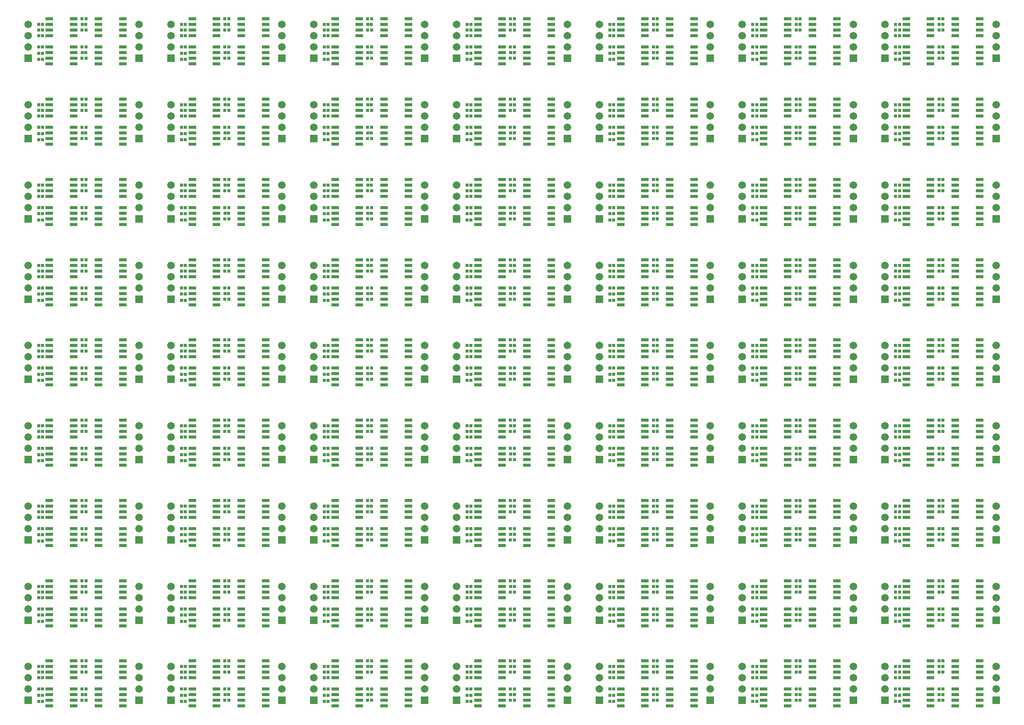
<source format=gts>
G04 Layer_Color=8388736*
%FSLAX44Y44*%
%MOMM*%
G71*
G01*
G75*
%ADD10R,0.6532X0.7532*%
%ADD11R,1.6532X0.8032*%
%ADD12R,0.7232X0.7232*%
%ADD13C,1.7032*%
%ADD14R,1.7032X1.7032*%
D10*
X170710Y297180D02*
D03*
X161710D02*
D03*
X161710Y311150D02*
D03*
X170710D02*
D03*
X259660Y374650D02*
D03*
X268660D02*
D03*
X259660Y349250D02*
D03*
X268660D02*
D03*
X259660Y311150D02*
D03*
X268660D02*
D03*
X259660Y285750D02*
D03*
X268660D02*
D03*
X161710Y283210D02*
D03*
X170710D02*
D03*
X170710Y349250D02*
D03*
X161710D02*
D03*
X161710Y336550D02*
D03*
X170710D02*
D03*
X161710Y361950D02*
D03*
X170710D02*
D03*
X492490Y297180D02*
D03*
X483490D02*
D03*
X483490Y311150D02*
D03*
X492490D02*
D03*
X581440Y374650D02*
D03*
X590440D02*
D03*
X581440Y349250D02*
D03*
X590440D02*
D03*
X581440Y311150D02*
D03*
X590440D02*
D03*
X581440Y285750D02*
D03*
X590440D02*
D03*
X483490Y283210D02*
D03*
X492490D02*
D03*
X492490Y349250D02*
D03*
X483490D02*
D03*
X483490Y336550D02*
D03*
X492490D02*
D03*
X483490Y361950D02*
D03*
X492490D02*
D03*
X814270Y297180D02*
D03*
X805270D02*
D03*
X805270Y311150D02*
D03*
X814270D02*
D03*
X903220Y374650D02*
D03*
X912220D02*
D03*
X903220Y349250D02*
D03*
X912220D02*
D03*
X903220Y311150D02*
D03*
X912220D02*
D03*
X903220Y285750D02*
D03*
X912220D02*
D03*
X805270Y283210D02*
D03*
X814270D02*
D03*
X814270Y349250D02*
D03*
X805270D02*
D03*
X805270Y336550D02*
D03*
X814270D02*
D03*
X805270Y361950D02*
D03*
X814270D02*
D03*
X1136050Y297180D02*
D03*
X1127050D02*
D03*
X1127050Y311150D02*
D03*
X1136050D02*
D03*
X1225000Y374650D02*
D03*
X1234000D02*
D03*
X1225000Y349250D02*
D03*
X1234000D02*
D03*
X1225000Y311150D02*
D03*
X1234000D02*
D03*
X1225000Y285750D02*
D03*
X1234000D02*
D03*
X1127050Y283210D02*
D03*
X1136050D02*
D03*
X1136050Y349250D02*
D03*
X1127050D02*
D03*
X1127050Y336550D02*
D03*
X1136050D02*
D03*
X1127050Y361950D02*
D03*
X1136050D02*
D03*
X1457830Y297180D02*
D03*
X1448830D02*
D03*
X1448830Y311150D02*
D03*
X1457830D02*
D03*
X1546780Y374650D02*
D03*
X1555780D02*
D03*
X1546780Y349250D02*
D03*
X1555780D02*
D03*
X1546780Y311150D02*
D03*
X1555780D02*
D03*
X1546780Y285750D02*
D03*
X1555780D02*
D03*
X1448830Y283210D02*
D03*
X1457830D02*
D03*
X1457830Y349250D02*
D03*
X1448830D02*
D03*
X1448830Y336550D02*
D03*
X1457830D02*
D03*
X1448830Y361950D02*
D03*
X1457830D02*
D03*
X1779610Y297180D02*
D03*
X1770610D02*
D03*
X1770610Y311150D02*
D03*
X1779610D02*
D03*
X1868560Y374650D02*
D03*
X1877560D02*
D03*
X1868560Y349250D02*
D03*
X1877560D02*
D03*
X1868560Y311150D02*
D03*
X1877560D02*
D03*
X1868560Y285750D02*
D03*
X1877560D02*
D03*
X1770610Y283210D02*
D03*
X1779610D02*
D03*
X1779610Y349250D02*
D03*
X1770610D02*
D03*
X1770610Y336550D02*
D03*
X1779610D02*
D03*
X1770610Y361950D02*
D03*
X1779610D02*
D03*
X2101390Y297180D02*
D03*
X2092390D02*
D03*
X2092390Y311150D02*
D03*
X2101390D02*
D03*
X2190340Y374650D02*
D03*
X2199340D02*
D03*
X2190340Y349250D02*
D03*
X2199340D02*
D03*
X2190340Y311150D02*
D03*
X2199340D02*
D03*
X2190340Y285750D02*
D03*
X2199340D02*
D03*
X2092390Y283210D02*
D03*
X2101390D02*
D03*
X2101390Y349250D02*
D03*
X2092390D02*
D03*
X2092390Y336550D02*
D03*
X2101390D02*
D03*
X2092390Y361950D02*
D03*
X2101390D02*
D03*
X170710Y478150D02*
D03*
X161710D02*
D03*
X161710Y492120D02*
D03*
X170710D02*
D03*
X259660Y555620D02*
D03*
X268660D02*
D03*
X259660Y530220D02*
D03*
X268660D02*
D03*
X259660Y492120D02*
D03*
X268660D02*
D03*
X259660Y466720D02*
D03*
X268660D02*
D03*
X161710Y464180D02*
D03*
X170710D02*
D03*
X170710Y530220D02*
D03*
X161710D02*
D03*
X161710Y517520D02*
D03*
X170710D02*
D03*
X161710Y542920D02*
D03*
X170710D02*
D03*
X492490Y478150D02*
D03*
X483490D02*
D03*
X483490Y492120D02*
D03*
X492490D02*
D03*
X581440Y555620D02*
D03*
X590440D02*
D03*
X581440Y530220D02*
D03*
X590440D02*
D03*
X581440Y492120D02*
D03*
X590440D02*
D03*
X581440Y466720D02*
D03*
X590440D02*
D03*
X483490Y464180D02*
D03*
X492490D02*
D03*
X492490Y530220D02*
D03*
X483490D02*
D03*
X483490Y517520D02*
D03*
X492490D02*
D03*
X483490Y542920D02*
D03*
X492490D02*
D03*
X814270Y478150D02*
D03*
X805270D02*
D03*
X805270Y492120D02*
D03*
X814270D02*
D03*
X903220Y555620D02*
D03*
X912220D02*
D03*
X903220Y530220D02*
D03*
X912220D02*
D03*
X903220Y492120D02*
D03*
X912220D02*
D03*
X903220Y466720D02*
D03*
X912220D02*
D03*
X805270Y464180D02*
D03*
X814270D02*
D03*
X814270Y530220D02*
D03*
X805270D02*
D03*
X805270Y517520D02*
D03*
X814270D02*
D03*
X805270Y542920D02*
D03*
X814270D02*
D03*
X1136050Y478150D02*
D03*
X1127050D02*
D03*
X1127050Y492120D02*
D03*
X1136050D02*
D03*
X1225000Y555620D02*
D03*
X1234000D02*
D03*
X1225000Y530220D02*
D03*
X1234000D02*
D03*
X1225000Y492120D02*
D03*
X1234000D02*
D03*
X1225000Y466720D02*
D03*
X1234000D02*
D03*
X1127050Y464180D02*
D03*
X1136050D02*
D03*
X1136050Y530220D02*
D03*
X1127050D02*
D03*
X1127050Y517520D02*
D03*
X1136050D02*
D03*
X1127050Y542920D02*
D03*
X1136050D02*
D03*
X1457830Y478150D02*
D03*
X1448830D02*
D03*
X1448830Y492120D02*
D03*
X1457830D02*
D03*
X1546780Y555620D02*
D03*
X1555780D02*
D03*
X1546780Y530220D02*
D03*
X1555780D02*
D03*
X1546780Y492120D02*
D03*
X1555780D02*
D03*
X1546780Y466720D02*
D03*
X1555780D02*
D03*
X1448830Y464180D02*
D03*
X1457830D02*
D03*
X1457830Y530220D02*
D03*
X1448830D02*
D03*
X1448830Y517520D02*
D03*
X1457830D02*
D03*
X1448830Y542920D02*
D03*
X1457830D02*
D03*
X1779610Y478150D02*
D03*
X1770610D02*
D03*
X1770610Y492120D02*
D03*
X1779610D02*
D03*
X1868560Y555620D02*
D03*
X1877560D02*
D03*
X1868560Y530220D02*
D03*
X1877560D02*
D03*
X1868560Y492120D02*
D03*
X1877560D02*
D03*
X1868560Y466720D02*
D03*
X1877560D02*
D03*
X1770610Y464180D02*
D03*
X1779610D02*
D03*
X1779610Y530220D02*
D03*
X1770610D02*
D03*
X1770610Y517520D02*
D03*
X1779610D02*
D03*
X1770610Y542920D02*
D03*
X1779610D02*
D03*
X2101390Y478150D02*
D03*
X2092390D02*
D03*
X2092390Y492120D02*
D03*
X2101390D02*
D03*
X2190340Y555620D02*
D03*
X2199340D02*
D03*
X2190340Y530220D02*
D03*
X2199340D02*
D03*
X2190340Y492120D02*
D03*
X2199340D02*
D03*
X2190340Y466720D02*
D03*
X2199340D02*
D03*
X2092390Y464180D02*
D03*
X2101390D02*
D03*
X2101390Y530220D02*
D03*
X2092390D02*
D03*
X2092390Y517520D02*
D03*
X2101390D02*
D03*
X2092390Y542920D02*
D03*
X2101390D02*
D03*
X170710Y659120D02*
D03*
X161710D02*
D03*
X161710Y673090D02*
D03*
X170710D02*
D03*
X259660Y736590D02*
D03*
X268660D02*
D03*
X259660Y711190D02*
D03*
X268660D02*
D03*
X259660Y673090D02*
D03*
X268660D02*
D03*
X259660Y647690D02*
D03*
X268660D02*
D03*
X161710Y645150D02*
D03*
X170710D02*
D03*
X170710Y711190D02*
D03*
X161710D02*
D03*
X161710Y698490D02*
D03*
X170710D02*
D03*
X161710Y723890D02*
D03*
X170710D02*
D03*
X492490Y659120D02*
D03*
X483490D02*
D03*
X483490Y673090D02*
D03*
X492490D02*
D03*
X581440Y736590D02*
D03*
X590440D02*
D03*
X581440Y711190D02*
D03*
X590440D02*
D03*
X581440Y673090D02*
D03*
X590440D02*
D03*
X581440Y647690D02*
D03*
X590440D02*
D03*
X483490Y645150D02*
D03*
X492490D02*
D03*
X492490Y711190D02*
D03*
X483490D02*
D03*
X483490Y698490D02*
D03*
X492490D02*
D03*
X483490Y723890D02*
D03*
X492490D02*
D03*
X814270Y659120D02*
D03*
X805270D02*
D03*
X805270Y673090D02*
D03*
X814270D02*
D03*
X903220Y736590D02*
D03*
X912220D02*
D03*
X903220Y711190D02*
D03*
X912220D02*
D03*
X903220Y673090D02*
D03*
X912220D02*
D03*
X903220Y647690D02*
D03*
X912220D02*
D03*
X805270Y645150D02*
D03*
X814270D02*
D03*
X814270Y711190D02*
D03*
X805270D02*
D03*
X805270Y698490D02*
D03*
X814270D02*
D03*
X805270Y723890D02*
D03*
X814270D02*
D03*
X1136050Y659120D02*
D03*
X1127050D02*
D03*
X1127050Y673090D02*
D03*
X1136050D02*
D03*
X1225000Y736590D02*
D03*
X1234000D02*
D03*
X1225000Y711190D02*
D03*
X1234000D02*
D03*
X1225000Y673090D02*
D03*
X1234000D02*
D03*
X1225000Y647690D02*
D03*
X1234000D02*
D03*
X1127050Y645150D02*
D03*
X1136050D02*
D03*
X1136050Y711190D02*
D03*
X1127050D02*
D03*
X1127050Y698490D02*
D03*
X1136050D02*
D03*
X1127050Y723890D02*
D03*
X1136050D02*
D03*
X1457830Y659120D02*
D03*
X1448830D02*
D03*
X1448830Y673090D02*
D03*
X1457830D02*
D03*
X1546780Y736590D02*
D03*
X1555780D02*
D03*
X1546780Y711190D02*
D03*
X1555780D02*
D03*
X1546780Y673090D02*
D03*
X1555780D02*
D03*
X1546780Y647690D02*
D03*
X1555780D02*
D03*
X1448830Y645150D02*
D03*
X1457830D02*
D03*
X1457830Y711190D02*
D03*
X1448830D02*
D03*
X1448830Y698490D02*
D03*
X1457830D02*
D03*
X1448830Y723890D02*
D03*
X1457830D02*
D03*
X1779610Y659120D02*
D03*
X1770610D02*
D03*
X1770610Y673090D02*
D03*
X1779610D02*
D03*
X1868560Y736590D02*
D03*
X1877560D02*
D03*
X1868560Y711190D02*
D03*
X1877560D02*
D03*
X1868560Y673090D02*
D03*
X1877560D02*
D03*
X1868560Y647690D02*
D03*
X1877560D02*
D03*
X1770610Y645150D02*
D03*
X1779610D02*
D03*
X1779610Y711190D02*
D03*
X1770610D02*
D03*
X1770610Y698490D02*
D03*
X1779610D02*
D03*
X1770610Y723890D02*
D03*
X1779610D02*
D03*
X2101390Y659120D02*
D03*
X2092390D02*
D03*
X2092390Y673090D02*
D03*
X2101390D02*
D03*
X2190340Y736590D02*
D03*
X2199340D02*
D03*
X2190340Y711190D02*
D03*
X2199340D02*
D03*
X2190340Y673090D02*
D03*
X2199340D02*
D03*
X2190340Y647690D02*
D03*
X2199340D02*
D03*
X2092390Y645150D02*
D03*
X2101390D02*
D03*
X2101390Y711190D02*
D03*
X2092390D02*
D03*
X2092390Y698490D02*
D03*
X2101390D02*
D03*
X2092390Y723890D02*
D03*
X2101390D02*
D03*
X170710Y840090D02*
D03*
X161710D02*
D03*
X161710Y854060D02*
D03*
X170710D02*
D03*
X259660Y917560D02*
D03*
X268660D02*
D03*
X259660Y892160D02*
D03*
X268660D02*
D03*
X259660Y854060D02*
D03*
X268660D02*
D03*
X259660Y828660D02*
D03*
X268660D02*
D03*
X161710Y826120D02*
D03*
X170710D02*
D03*
X170710Y892160D02*
D03*
X161710D02*
D03*
X161710Y879460D02*
D03*
X170710D02*
D03*
X161710Y904860D02*
D03*
X170710D02*
D03*
X492490Y840090D02*
D03*
X483490D02*
D03*
X483490Y854060D02*
D03*
X492490D02*
D03*
X581440Y917560D02*
D03*
X590440D02*
D03*
X581440Y892160D02*
D03*
X590440D02*
D03*
X581440Y854060D02*
D03*
X590440D02*
D03*
X581440Y828660D02*
D03*
X590440D02*
D03*
X483490Y826120D02*
D03*
X492490D02*
D03*
X492490Y892160D02*
D03*
X483490D02*
D03*
X483490Y879460D02*
D03*
X492490D02*
D03*
X483490Y904860D02*
D03*
X492490D02*
D03*
X814270Y840090D02*
D03*
X805270D02*
D03*
X805270Y854060D02*
D03*
X814270D02*
D03*
X903220Y917560D02*
D03*
X912220D02*
D03*
X903220Y892160D02*
D03*
X912220D02*
D03*
X903220Y854060D02*
D03*
X912220D02*
D03*
X903220Y828660D02*
D03*
X912220D02*
D03*
X805270Y826120D02*
D03*
X814270D02*
D03*
X814270Y892160D02*
D03*
X805270D02*
D03*
X805270Y879460D02*
D03*
X814270D02*
D03*
X805270Y904860D02*
D03*
X814270D02*
D03*
X1136050Y840090D02*
D03*
X1127050D02*
D03*
X1127050Y854060D02*
D03*
X1136050D02*
D03*
X1225000Y917560D02*
D03*
X1234000D02*
D03*
X1225000Y892160D02*
D03*
X1234000D02*
D03*
X1225000Y854060D02*
D03*
X1234000D02*
D03*
X1225000Y828660D02*
D03*
X1234000D02*
D03*
X1127050Y826120D02*
D03*
X1136050D02*
D03*
X1136050Y892160D02*
D03*
X1127050D02*
D03*
X1127050Y879460D02*
D03*
X1136050D02*
D03*
X1127050Y904860D02*
D03*
X1136050D02*
D03*
X1457830Y840090D02*
D03*
X1448830D02*
D03*
X1448830Y854060D02*
D03*
X1457830D02*
D03*
X1546780Y917560D02*
D03*
X1555780D02*
D03*
X1546780Y892160D02*
D03*
X1555780D02*
D03*
X1546780Y854060D02*
D03*
X1555780D02*
D03*
X1546780Y828660D02*
D03*
X1555780D02*
D03*
X1448830Y826120D02*
D03*
X1457830D02*
D03*
X1457830Y892160D02*
D03*
X1448830D02*
D03*
X1448830Y879460D02*
D03*
X1457830D02*
D03*
X1448830Y904860D02*
D03*
X1457830D02*
D03*
X1779610Y840090D02*
D03*
X1770610D02*
D03*
X1770610Y854060D02*
D03*
X1779610D02*
D03*
X1868560Y917560D02*
D03*
X1877560D02*
D03*
X1868560Y892160D02*
D03*
X1877560D02*
D03*
X1868560Y854060D02*
D03*
X1877560D02*
D03*
X1868560Y828660D02*
D03*
X1877560D02*
D03*
X1770610Y826120D02*
D03*
X1779610D02*
D03*
X1779610Y892160D02*
D03*
X1770610D02*
D03*
X1770610Y879460D02*
D03*
X1779610D02*
D03*
X1770610Y904860D02*
D03*
X1779610D02*
D03*
X2101390Y840090D02*
D03*
X2092390D02*
D03*
X2092390Y854060D02*
D03*
X2101390D02*
D03*
X2190340Y917560D02*
D03*
X2199340D02*
D03*
X2190340Y892160D02*
D03*
X2199340D02*
D03*
X2190340Y854060D02*
D03*
X2199340D02*
D03*
X2190340Y828660D02*
D03*
X2199340D02*
D03*
X2092390Y826120D02*
D03*
X2101390D02*
D03*
X2101390Y892160D02*
D03*
X2092390D02*
D03*
X2092390Y879460D02*
D03*
X2101390D02*
D03*
X2092390Y904860D02*
D03*
X2101390D02*
D03*
X170710Y1021060D02*
D03*
X161710D02*
D03*
X161710Y1035030D02*
D03*
X170710D02*
D03*
X259660Y1098530D02*
D03*
X268660D02*
D03*
X259660Y1073130D02*
D03*
X268660D02*
D03*
X259660Y1035030D02*
D03*
X268660D02*
D03*
X259660Y1009630D02*
D03*
X268660D02*
D03*
X161710Y1007090D02*
D03*
X170710D02*
D03*
X170710Y1073130D02*
D03*
X161710D02*
D03*
X161710Y1060430D02*
D03*
X170710D02*
D03*
X161710Y1085830D02*
D03*
X170710D02*
D03*
X492490Y1021060D02*
D03*
X483490D02*
D03*
X483490Y1035030D02*
D03*
X492490D02*
D03*
X581440Y1098530D02*
D03*
X590440D02*
D03*
X581440Y1073130D02*
D03*
X590440D02*
D03*
X581440Y1035030D02*
D03*
X590440D02*
D03*
X581440Y1009630D02*
D03*
X590440D02*
D03*
X483490Y1007090D02*
D03*
X492490D02*
D03*
X492490Y1073130D02*
D03*
X483490D02*
D03*
X483490Y1060430D02*
D03*
X492490D02*
D03*
X483490Y1085830D02*
D03*
X492490D02*
D03*
X814270Y1021060D02*
D03*
X805270D02*
D03*
X805270Y1035030D02*
D03*
X814270D02*
D03*
X903220Y1098530D02*
D03*
X912220D02*
D03*
X903220Y1073130D02*
D03*
X912220D02*
D03*
X903220Y1035030D02*
D03*
X912220D02*
D03*
X903220Y1009630D02*
D03*
X912220D02*
D03*
X805270Y1007090D02*
D03*
X814270D02*
D03*
X814270Y1073130D02*
D03*
X805270D02*
D03*
X805270Y1060430D02*
D03*
X814270D02*
D03*
X805270Y1085830D02*
D03*
X814270D02*
D03*
X1136050Y1021060D02*
D03*
X1127050D02*
D03*
X1127050Y1035030D02*
D03*
X1136050D02*
D03*
X1225000Y1098530D02*
D03*
X1234000D02*
D03*
X1225000Y1073130D02*
D03*
X1234000D02*
D03*
X1225000Y1035030D02*
D03*
X1234000D02*
D03*
X1225000Y1009630D02*
D03*
X1234000D02*
D03*
X1127050Y1007090D02*
D03*
X1136050D02*
D03*
X1136050Y1073130D02*
D03*
X1127050D02*
D03*
X1127050Y1060430D02*
D03*
X1136050D02*
D03*
X1127050Y1085830D02*
D03*
X1136050D02*
D03*
X1457830Y1021060D02*
D03*
X1448830D02*
D03*
X1448830Y1035030D02*
D03*
X1457830D02*
D03*
X1546780Y1098530D02*
D03*
X1555780D02*
D03*
X1546780Y1073130D02*
D03*
X1555780D02*
D03*
X1546780Y1035030D02*
D03*
X1555780D02*
D03*
X1546780Y1009630D02*
D03*
X1555780D02*
D03*
X1448830Y1007090D02*
D03*
X1457830D02*
D03*
X1457830Y1073130D02*
D03*
X1448830D02*
D03*
X1448830Y1060430D02*
D03*
X1457830D02*
D03*
X1448830Y1085830D02*
D03*
X1457830D02*
D03*
X1779610Y1021060D02*
D03*
X1770610D02*
D03*
X1770610Y1035030D02*
D03*
X1779610D02*
D03*
X1868560Y1098530D02*
D03*
X1877560D02*
D03*
X1868560Y1073130D02*
D03*
X1877560D02*
D03*
X1868560Y1035030D02*
D03*
X1877560D02*
D03*
X1868560Y1009630D02*
D03*
X1877560D02*
D03*
X1770610Y1007090D02*
D03*
X1779610D02*
D03*
X1779610Y1073130D02*
D03*
X1770610D02*
D03*
X1770610Y1060430D02*
D03*
X1779610D02*
D03*
X1770610Y1085830D02*
D03*
X1779610D02*
D03*
X2101390Y1021060D02*
D03*
X2092390D02*
D03*
X2092390Y1035030D02*
D03*
X2101390D02*
D03*
X2190340Y1098530D02*
D03*
X2199340D02*
D03*
X2190340Y1073130D02*
D03*
X2199340D02*
D03*
X2190340Y1035030D02*
D03*
X2199340D02*
D03*
X2190340Y1009630D02*
D03*
X2199340D02*
D03*
X2092390Y1007090D02*
D03*
X2101390D02*
D03*
X2101390Y1073130D02*
D03*
X2092390D02*
D03*
X2092390Y1060430D02*
D03*
X2101390D02*
D03*
X2092390Y1085830D02*
D03*
X2101390D02*
D03*
X170710Y1202030D02*
D03*
X161710D02*
D03*
X161710Y1216000D02*
D03*
X170710D02*
D03*
X259660Y1279500D02*
D03*
X268660D02*
D03*
X259660Y1254100D02*
D03*
X268660D02*
D03*
X259660Y1216000D02*
D03*
X268660D02*
D03*
X259660Y1190600D02*
D03*
X268660D02*
D03*
X161710Y1188060D02*
D03*
X170710D02*
D03*
X170710Y1254100D02*
D03*
X161710D02*
D03*
X161710Y1241400D02*
D03*
X170710D02*
D03*
X161710Y1266800D02*
D03*
X170710D02*
D03*
X492490Y1202030D02*
D03*
X483490D02*
D03*
X483490Y1216000D02*
D03*
X492490D02*
D03*
X581440Y1279500D02*
D03*
X590440D02*
D03*
X581440Y1254100D02*
D03*
X590440D02*
D03*
X581440Y1216000D02*
D03*
X590440D02*
D03*
X581440Y1190600D02*
D03*
X590440D02*
D03*
X483490Y1188060D02*
D03*
X492490D02*
D03*
X492490Y1254100D02*
D03*
X483490D02*
D03*
X483490Y1241400D02*
D03*
X492490D02*
D03*
X483490Y1266800D02*
D03*
X492490D02*
D03*
X814270Y1202030D02*
D03*
X805270D02*
D03*
X805270Y1216000D02*
D03*
X814270D02*
D03*
X903220Y1279500D02*
D03*
X912220D02*
D03*
X903220Y1254100D02*
D03*
X912220D02*
D03*
X903220Y1216000D02*
D03*
X912220D02*
D03*
X903220Y1190600D02*
D03*
X912220D02*
D03*
X805270Y1188060D02*
D03*
X814270D02*
D03*
X814270Y1254100D02*
D03*
X805270D02*
D03*
X805270Y1241400D02*
D03*
X814270D02*
D03*
X805270Y1266800D02*
D03*
X814270D02*
D03*
X1136050Y1202030D02*
D03*
X1127050D02*
D03*
X1127050Y1216000D02*
D03*
X1136050D02*
D03*
X1225000Y1279500D02*
D03*
X1234000D02*
D03*
X1225000Y1254100D02*
D03*
X1234000D02*
D03*
X1225000Y1216000D02*
D03*
X1234000D02*
D03*
X1225000Y1190600D02*
D03*
X1234000D02*
D03*
X1127050Y1188060D02*
D03*
X1136050D02*
D03*
X1136050Y1254100D02*
D03*
X1127050D02*
D03*
X1127050Y1241400D02*
D03*
X1136050D02*
D03*
X1127050Y1266800D02*
D03*
X1136050D02*
D03*
X1457830Y1202030D02*
D03*
X1448830D02*
D03*
X1448830Y1216000D02*
D03*
X1457830D02*
D03*
X1546780Y1279500D02*
D03*
X1555780D02*
D03*
X1546780Y1254100D02*
D03*
X1555780D02*
D03*
X1546780Y1216000D02*
D03*
X1555780D02*
D03*
X1546780Y1190600D02*
D03*
X1555780D02*
D03*
X1448830Y1188060D02*
D03*
X1457830D02*
D03*
X1457830Y1254100D02*
D03*
X1448830D02*
D03*
X1448830Y1241400D02*
D03*
X1457830D02*
D03*
X1448830Y1266800D02*
D03*
X1457830D02*
D03*
X1779610Y1202030D02*
D03*
X1770610D02*
D03*
X1770610Y1216000D02*
D03*
X1779610D02*
D03*
X1868560Y1279500D02*
D03*
X1877560D02*
D03*
X1868560Y1254100D02*
D03*
X1877560D02*
D03*
X1868560Y1216000D02*
D03*
X1877560D02*
D03*
X1868560Y1190600D02*
D03*
X1877560D02*
D03*
X1770610Y1188060D02*
D03*
X1779610D02*
D03*
X1779610Y1254100D02*
D03*
X1770610D02*
D03*
X1770610Y1241400D02*
D03*
X1779610D02*
D03*
X1770610Y1266800D02*
D03*
X1779610D02*
D03*
X2101390Y1202030D02*
D03*
X2092390D02*
D03*
X2092390Y1216000D02*
D03*
X2101390D02*
D03*
X2190340Y1279500D02*
D03*
X2199340D02*
D03*
X2190340Y1254100D02*
D03*
X2199340D02*
D03*
X2190340Y1216000D02*
D03*
X2199340D02*
D03*
X2190340Y1190600D02*
D03*
X2199340D02*
D03*
X2092390Y1188060D02*
D03*
X2101390D02*
D03*
X2101390Y1254100D02*
D03*
X2092390D02*
D03*
X2092390Y1241400D02*
D03*
X2101390D02*
D03*
X2092390Y1266800D02*
D03*
X2101390D02*
D03*
X170710Y1383000D02*
D03*
X161710D02*
D03*
X161710Y1396970D02*
D03*
X170710D02*
D03*
X259660Y1460470D02*
D03*
X268660D02*
D03*
X259660Y1435070D02*
D03*
X268660D02*
D03*
X259660Y1396970D02*
D03*
X268660D02*
D03*
X259660Y1371570D02*
D03*
X268660D02*
D03*
X161710Y1369030D02*
D03*
X170710D02*
D03*
X170710Y1435070D02*
D03*
X161710D02*
D03*
X161710Y1422370D02*
D03*
X170710D02*
D03*
X161710Y1447770D02*
D03*
X170710D02*
D03*
X492490Y1383000D02*
D03*
X483490D02*
D03*
X483490Y1396970D02*
D03*
X492490D02*
D03*
X581440Y1460470D02*
D03*
X590440D02*
D03*
X581440Y1435070D02*
D03*
X590440D02*
D03*
X581440Y1396970D02*
D03*
X590440D02*
D03*
X581440Y1371570D02*
D03*
X590440D02*
D03*
X483490Y1369030D02*
D03*
X492490D02*
D03*
X492490Y1435070D02*
D03*
X483490D02*
D03*
X483490Y1422370D02*
D03*
X492490D02*
D03*
X483490Y1447770D02*
D03*
X492490D02*
D03*
X814270Y1383000D02*
D03*
X805270D02*
D03*
X805270Y1396970D02*
D03*
X814270D02*
D03*
X903220Y1460470D02*
D03*
X912220D02*
D03*
X903220Y1435070D02*
D03*
X912220D02*
D03*
X903220Y1396970D02*
D03*
X912220D02*
D03*
X903220Y1371570D02*
D03*
X912220D02*
D03*
X805270Y1369030D02*
D03*
X814270D02*
D03*
X814270Y1435070D02*
D03*
X805270D02*
D03*
X805270Y1422370D02*
D03*
X814270D02*
D03*
X805270Y1447770D02*
D03*
X814270D02*
D03*
X1136050Y1383000D02*
D03*
X1127050D02*
D03*
X1127050Y1396970D02*
D03*
X1136050D02*
D03*
X1225000Y1460470D02*
D03*
X1234000D02*
D03*
X1225000Y1435070D02*
D03*
X1234000D02*
D03*
X1225000Y1396970D02*
D03*
X1234000D02*
D03*
X1225000Y1371570D02*
D03*
X1234000D02*
D03*
X1127050Y1369030D02*
D03*
X1136050D02*
D03*
X1136050Y1435070D02*
D03*
X1127050D02*
D03*
X1127050Y1422370D02*
D03*
X1136050D02*
D03*
X1127050Y1447770D02*
D03*
X1136050D02*
D03*
X1457830Y1383000D02*
D03*
X1448830D02*
D03*
X1448830Y1396970D02*
D03*
X1457830D02*
D03*
X1546780Y1460470D02*
D03*
X1555780D02*
D03*
X1546780Y1435070D02*
D03*
X1555780D02*
D03*
X1546780Y1396970D02*
D03*
X1555780D02*
D03*
X1546780Y1371570D02*
D03*
X1555780D02*
D03*
X1448830Y1369030D02*
D03*
X1457830D02*
D03*
X1457830Y1435070D02*
D03*
X1448830D02*
D03*
X1448830Y1422370D02*
D03*
X1457830D02*
D03*
X1448830Y1447770D02*
D03*
X1457830D02*
D03*
X1779610Y1383000D02*
D03*
X1770610D02*
D03*
X1770610Y1396970D02*
D03*
X1779610D02*
D03*
X1868560Y1460470D02*
D03*
X1877560D02*
D03*
X1868560Y1435070D02*
D03*
X1877560D02*
D03*
X1868560Y1396970D02*
D03*
X1877560D02*
D03*
X1868560Y1371570D02*
D03*
X1877560D02*
D03*
X1770610Y1369030D02*
D03*
X1779610D02*
D03*
X1779610Y1435070D02*
D03*
X1770610D02*
D03*
X1770610Y1422370D02*
D03*
X1779610D02*
D03*
X1770610Y1447770D02*
D03*
X1779610D02*
D03*
X2101390Y1383000D02*
D03*
X2092390D02*
D03*
X2092390Y1396970D02*
D03*
X2101390D02*
D03*
X2190340Y1460470D02*
D03*
X2199340D02*
D03*
X2190340Y1435070D02*
D03*
X2199340D02*
D03*
X2190340Y1396970D02*
D03*
X2199340D02*
D03*
X2190340Y1371570D02*
D03*
X2199340D02*
D03*
X2092390Y1369030D02*
D03*
X2101390D02*
D03*
X2101390Y1435070D02*
D03*
X2092390D02*
D03*
X2092390Y1422370D02*
D03*
X2101390D02*
D03*
X2092390Y1447770D02*
D03*
X2101390D02*
D03*
X170710Y1563970D02*
D03*
X161710D02*
D03*
X161710Y1577940D02*
D03*
X170710D02*
D03*
X259660Y1641440D02*
D03*
X268660D02*
D03*
X259660Y1616040D02*
D03*
X268660D02*
D03*
X259660Y1577940D02*
D03*
X268660D02*
D03*
X259660Y1552540D02*
D03*
X268660D02*
D03*
X161710Y1550000D02*
D03*
X170710D02*
D03*
X170710Y1616040D02*
D03*
X161710D02*
D03*
X161710Y1603340D02*
D03*
X170710D02*
D03*
X161710Y1628740D02*
D03*
X170710D02*
D03*
X492490Y1563970D02*
D03*
X483490D02*
D03*
X483490Y1577940D02*
D03*
X492490D02*
D03*
X581440Y1641440D02*
D03*
X590440D02*
D03*
X581440Y1616040D02*
D03*
X590440D02*
D03*
X581440Y1577940D02*
D03*
X590440D02*
D03*
X581440Y1552540D02*
D03*
X590440D02*
D03*
X483490Y1550000D02*
D03*
X492490D02*
D03*
X492490Y1616040D02*
D03*
X483490D02*
D03*
X483490Y1603340D02*
D03*
X492490D02*
D03*
X483490Y1628740D02*
D03*
X492490D02*
D03*
X814270Y1563970D02*
D03*
X805270D02*
D03*
X805270Y1577940D02*
D03*
X814270D02*
D03*
X903220Y1641440D02*
D03*
X912220D02*
D03*
X903220Y1616040D02*
D03*
X912220D02*
D03*
X903220Y1577940D02*
D03*
X912220D02*
D03*
X903220Y1552540D02*
D03*
X912220D02*
D03*
X805270Y1550000D02*
D03*
X814270D02*
D03*
X814270Y1616040D02*
D03*
X805270D02*
D03*
X805270Y1603340D02*
D03*
X814270D02*
D03*
X805270Y1628740D02*
D03*
X814270D02*
D03*
X1136050Y1563970D02*
D03*
X1127050D02*
D03*
X1127050Y1577940D02*
D03*
X1136050D02*
D03*
X1225000Y1641440D02*
D03*
X1234000D02*
D03*
X1225000Y1616040D02*
D03*
X1234000D02*
D03*
X1225000Y1577940D02*
D03*
X1234000D02*
D03*
X1225000Y1552540D02*
D03*
X1234000D02*
D03*
X1127050Y1550000D02*
D03*
X1136050D02*
D03*
X1136050Y1616040D02*
D03*
X1127050D02*
D03*
X1127050Y1603340D02*
D03*
X1136050D02*
D03*
X1127050Y1628740D02*
D03*
X1136050D02*
D03*
X1457830Y1563970D02*
D03*
X1448830D02*
D03*
X1448830Y1577940D02*
D03*
X1457830D02*
D03*
X1546780Y1641440D02*
D03*
X1555780D02*
D03*
X1546780Y1616040D02*
D03*
X1555780D02*
D03*
X1546780Y1577940D02*
D03*
X1555780D02*
D03*
X1546780Y1552540D02*
D03*
X1555780D02*
D03*
X1448830Y1550000D02*
D03*
X1457830D02*
D03*
X1457830Y1616040D02*
D03*
X1448830D02*
D03*
X1448830Y1603340D02*
D03*
X1457830D02*
D03*
X1448830Y1628740D02*
D03*
X1457830D02*
D03*
X1779610Y1563970D02*
D03*
X1770610D02*
D03*
X1770610Y1577940D02*
D03*
X1779610D02*
D03*
X1868560Y1641440D02*
D03*
X1877560D02*
D03*
X1868560Y1616040D02*
D03*
X1877560D02*
D03*
X1868560Y1577940D02*
D03*
X1877560D02*
D03*
X1868560Y1552540D02*
D03*
X1877560D02*
D03*
X1770610Y1550000D02*
D03*
X1779610D02*
D03*
X1779610Y1616040D02*
D03*
X1770610D02*
D03*
X1770610Y1603340D02*
D03*
X1779610D02*
D03*
X1770610Y1628740D02*
D03*
X1779610D02*
D03*
X2101390Y1563970D02*
D03*
X2092390D02*
D03*
X2092390Y1577940D02*
D03*
X2101390D02*
D03*
X2190340Y1641440D02*
D03*
X2199340D02*
D03*
X2190340Y1616040D02*
D03*
X2199340D02*
D03*
X2190340Y1577940D02*
D03*
X2199340D02*
D03*
X2190340Y1552540D02*
D03*
X2199340D02*
D03*
X2092390Y1550000D02*
D03*
X2101390D02*
D03*
X2101390Y1616040D02*
D03*
X2092390D02*
D03*
X2092390Y1603340D02*
D03*
X2101390D02*
D03*
X2092390Y1628740D02*
D03*
X2101390D02*
D03*
X170710Y1744940D02*
D03*
X161710D02*
D03*
X161710Y1758910D02*
D03*
X170710D02*
D03*
X259660Y1822410D02*
D03*
X268660D02*
D03*
X259660Y1797010D02*
D03*
X268660D02*
D03*
X259660Y1758910D02*
D03*
X268660D02*
D03*
X259660Y1733510D02*
D03*
X268660D02*
D03*
X161710Y1730970D02*
D03*
X170710D02*
D03*
X170710Y1797010D02*
D03*
X161710D02*
D03*
X161710Y1784310D02*
D03*
X170710D02*
D03*
X161710Y1809710D02*
D03*
X170710D02*
D03*
X492490Y1744940D02*
D03*
X483490D02*
D03*
X483490Y1758910D02*
D03*
X492490D02*
D03*
X581440Y1822410D02*
D03*
X590440D02*
D03*
X581440Y1797010D02*
D03*
X590440D02*
D03*
X581440Y1758910D02*
D03*
X590440D02*
D03*
X581440Y1733510D02*
D03*
X590440D02*
D03*
X483490Y1730970D02*
D03*
X492490D02*
D03*
X492490Y1797010D02*
D03*
X483490D02*
D03*
X483490Y1784310D02*
D03*
X492490D02*
D03*
X483490Y1809710D02*
D03*
X492490D02*
D03*
X814270Y1744940D02*
D03*
X805270D02*
D03*
X805270Y1758910D02*
D03*
X814270D02*
D03*
X903220Y1822410D02*
D03*
X912220D02*
D03*
X903220Y1797010D02*
D03*
X912220D02*
D03*
X903220Y1758910D02*
D03*
X912220D02*
D03*
X903220Y1733510D02*
D03*
X912220D02*
D03*
X805270Y1730970D02*
D03*
X814270D02*
D03*
X814270Y1797010D02*
D03*
X805270D02*
D03*
X805270Y1784310D02*
D03*
X814270D02*
D03*
X805270Y1809710D02*
D03*
X814270D02*
D03*
X1136050Y1744940D02*
D03*
X1127050D02*
D03*
X1127050Y1758910D02*
D03*
X1136050D02*
D03*
X1225000Y1822410D02*
D03*
X1234000D02*
D03*
X1225000Y1797010D02*
D03*
X1234000D02*
D03*
X1225000Y1758910D02*
D03*
X1234000D02*
D03*
X1225000Y1733510D02*
D03*
X1234000D02*
D03*
X1127050Y1730970D02*
D03*
X1136050D02*
D03*
X1136050Y1797010D02*
D03*
X1127050D02*
D03*
X1127050Y1784310D02*
D03*
X1136050D02*
D03*
X1127050Y1809710D02*
D03*
X1136050D02*
D03*
X1457830Y1744940D02*
D03*
X1448830D02*
D03*
X1448830Y1758910D02*
D03*
X1457830D02*
D03*
X1546780Y1822410D02*
D03*
X1555780D02*
D03*
X1546780Y1797010D02*
D03*
X1555780D02*
D03*
X1546780Y1758910D02*
D03*
X1555780D02*
D03*
X1546780Y1733510D02*
D03*
X1555780D02*
D03*
X1448830Y1730970D02*
D03*
X1457830D02*
D03*
X1457830Y1797010D02*
D03*
X1448830D02*
D03*
X1448830Y1784310D02*
D03*
X1457830D02*
D03*
X1448830Y1809710D02*
D03*
X1457830D02*
D03*
X1779610Y1744940D02*
D03*
X1770610D02*
D03*
X1770610Y1758910D02*
D03*
X1779610D02*
D03*
X1868560Y1822410D02*
D03*
X1877560D02*
D03*
X1868560Y1797010D02*
D03*
X1877560D02*
D03*
X1868560Y1758910D02*
D03*
X1877560D02*
D03*
X1868560Y1733510D02*
D03*
X1877560D02*
D03*
X1770610Y1730970D02*
D03*
X1779610D02*
D03*
X1779610Y1797010D02*
D03*
X1770610D02*
D03*
X1770610Y1784310D02*
D03*
X1779610D02*
D03*
X1770610Y1809710D02*
D03*
X1779610D02*
D03*
X2101390Y1744940D02*
D03*
X2092390D02*
D03*
X2092390Y1758910D02*
D03*
X2101390D02*
D03*
X2190340Y1822410D02*
D03*
X2199340D02*
D03*
X2190340Y1797010D02*
D03*
X2199340D02*
D03*
X2190340Y1758910D02*
D03*
X2199340D02*
D03*
X2190340Y1733510D02*
D03*
X2199340D02*
D03*
X2092390Y1730970D02*
D03*
X2101390D02*
D03*
X2101390Y1797010D02*
D03*
X2092390D02*
D03*
X2092390Y1784310D02*
D03*
X2101390D02*
D03*
X2092390Y1809710D02*
D03*
X2101390D02*
D03*
D11*
X351260Y273050D02*
D03*
Y285750D02*
D03*
Y298450D02*
D03*
Y311150D02*
D03*
X296760Y273050D02*
D03*
Y285750D02*
D03*
Y298450D02*
D03*
Y311150D02*
D03*
X240610Y273050D02*
D03*
Y285750D02*
D03*
Y298450D02*
D03*
Y311150D02*
D03*
X186110Y273050D02*
D03*
Y285750D02*
D03*
Y298450D02*
D03*
Y311150D02*
D03*
X351260Y336550D02*
D03*
Y349250D02*
D03*
Y361950D02*
D03*
Y374650D02*
D03*
X296760Y336550D02*
D03*
Y349250D02*
D03*
Y361950D02*
D03*
Y374650D02*
D03*
X240610Y336550D02*
D03*
Y349250D02*
D03*
Y361950D02*
D03*
Y374650D02*
D03*
X186110Y336550D02*
D03*
Y349250D02*
D03*
Y361950D02*
D03*
Y374650D02*
D03*
X673040Y273050D02*
D03*
Y285750D02*
D03*
Y298450D02*
D03*
Y311150D02*
D03*
X618540Y273050D02*
D03*
Y285750D02*
D03*
Y298450D02*
D03*
Y311150D02*
D03*
X562390Y273050D02*
D03*
Y285750D02*
D03*
Y298450D02*
D03*
Y311150D02*
D03*
X507890Y273050D02*
D03*
Y285750D02*
D03*
Y298450D02*
D03*
Y311150D02*
D03*
X673040Y336550D02*
D03*
Y349250D02*
D03*
Y361950D02*
D03*
Y374650D02*
D03*
X618540Y336550D02*
D03*
Y349250D02*
D03*
Y361950D02*
D03*
Y374650D02*
D03*
X562390Y336550D02*
D03*
Y349250D02*
D03*
Y361950D02*
D03*
Y374650D02*
D03*
X507890Y336550D02*
D03*
Y349250D02*
D03*
Y361950D02*
D03*
Y374650D02*
D03*
X994820Y273050D02*
D03*
Y285750D02*
D03*
Y298450D02*
D03*
Y311150D02*
D03*
X940320Y273050D02*
D03*
Y285750D02*
D03*
Y298450D02*
D03*
Y311150D02*
D03*
X884170Y273050D02*
D03*
Y285750D02*
D03*
Y298450D02*
D03*
Y311150D02*
D03*
X829670Y273050D02*
D03*
Y285750D02*
D03*
Y298450D02*
D03*
Y311150D02*
D03*
X994820Y336550D02*
D03*
Y349250D02*
D03*
Y361950D02*
D03*
Y374650D02*
D03*
X940320Y336550D02*
D03*
Y349250D02*
D03*
Y361950D02*
D03*
Y374650D02*
D03*
X884170Y336550D02*
D03*
Y349250D02*
D03*
Y361950D02*
D03*
Y374650D02*
D03*
X829670Y336550D02*
D03*
Y349250D02*
D03*
Y361950D02*
D03*
Y374650D02*
D03*
X1316600Y273050D02*
D03*
Y285750D02*
D03*
Y298450D02*
D03*
Y311150D02*
D03*
X1262100Y273050D02*
D03*
Y285750D02*
D03*
Y298450D02*
D03*
Y311150D02*
D03*
X1205950Y273050D02*
D03*
Y285750D02*
D03*
Y298450D02*
D03*
Y311150D02*
D03*
X1151450Y273050D02*
D03*
Y285750D02*
D03*
Y298450D02*
D03*
Y311150D02*
D03*
X1316600Y336550D02*
D03*
Y349250D02*
D03*
Y361950D02*
D03*
Y374650D02*
D03*
X1262100Y336550D02*
D03*
Y349250D02*
D03*
Y361950D02*
D03*
Y374650D02*
D03*
X1205950Y336550D02*
D03*
Y349250D02*
D03*
Y361950D02*
D03*
Y374650D02*
D03*
X1151450Y336550D02*
D03*
Y349250D02*
D03*
Y361950D02*
D03*
Y374650D02*
D03*
X1638380Y273050D02*
D03*
Y285750D02*
D03*
Y298450D02*
D03*
Y311150D02*
D03*
X1583880Y273050D02*
D03*
Y285750D02*
D03*
Y298450D02*
D03*
Y311150D02*
D03*
X1527730Y273050D02*
D03*
Y285750D02*
D03*
Y298450D02*
D03*
Y311150D02*
D03*
X1473230Y273050D02*
D03*
Y285750D02*
D03*
Y298450D02*
D03*
Y311150D02*
D03*
X1638380Y336550D02*
D03*
Y349250D02*
D03*
Y361950D02*
D03*
Y374650D02*
D03*
X1583880Y336550D02*
D03*
Y349250D02*
D03*
Y361950D02*
D03*
Y374650D02*
D03*
X1527730Y336550D02*
D03*
Y349250D02*
D03*
Y361950D02*
D03*
Y374650D02*
D03*
X1473230Y336550D02*
D03*
Y349250D02*
D03*
Y361950D02*
D03*
Y374650D02*
D03*
X1960160Y273050D02*
D03*
Y285750D02*
D03*
Y298450D02*
D03*
Y311150D02*
D03*
X1905660Y273050D02*
D03*
Y285750D02*
D03*
Y298450D02*
D03*
Y311150D02*
D03*
X1849510Y273050D02*
D03*
Y285750D02*
D03*
Y298450D02*
D03*
Y311150D02*
D03*
X1795010Y273050D02*
D03*
Y285750D02*
D03*
Y298450D02*
D03*
Y311150D02*
D03*
X1960160Y336550D02*
D03*
Y349250D02*
D03*
Y361950D02*
D03*
Y374650D02*
D03*
X1905660Y336550D02*
D03*
Y349250D02*
D03*
Y361950D02*
D03*
Y374650D02*
D03*
X1849510Y336550D02*
D03*
Y349250D02*
D03*
Y361950D02*
D03*
Y374650D02*
D03*
X1795010Y336550D02*
D03*
Y349250D02*
D03*
Y361950D02*
D03*
Y374650D02*
D03*
X2281940Y273050D02*
D03*
Y285750D02*
D03*
Y298450D02*
D03*
Y311150D02*
D03*
X2227440Y273050D02*
D03*
Y285750D02*
D03*
Y298450D02*
D03*
Y311150D02*
D03*
X2171290Y273050D02*
D03*
Y285750D02*
D03*
Y298450D02*
D03*
Y311150D02*
D03*
X2116790Y273050D02*
D03*
Y285750D02*
D03*
Y298450D02*
D03*
Y311150D02*
D03*
X2281940Y336550D02*
D03*
Y349250D02*
D03*
Y361950D02*
D03*
Y374650D02*
D03*
X2227440Y336550D02*
D03*
Y349250D02*
D03*
Y361950D02*
D03*
Y374650D02*
D03*
X2171290Y336550D02*
D03*
Y349250D02*
D03*
Y361950D02*
D03*
Y374650D02*
D03*
X2116790Y336550D02*
D03*
Y349250D02*
D03*
Y361950D02*
D03*
Y374650D02*
D03*
X351260Y454020D02*
D03*
Y466720D02*
D03*
Y479420D02*
D03*
Y492120D02*
D03*
X296760Y454020D02*
D03*
Y466720D02*
D03*
Y479420D02*
D03*
Y492120D02*
D03*
X240610Y454020D02*
D03*
Y466720D02*
D03*
Y479420D02*
D03*
Y492120D02*
D03*
X186110Y454020D02*
D03*
Y466720D02*
D03*
Y479420D02*
D03*
Y492120D02*
D03*
X351260Y517520D02*
D03*
Y530220D02*
D03*
Y542920D02*
D03*
Y555620D02*
D03*
X296760Y517520D02*
D03*
Y530220D02*
D03*
Y542920D02*
D03*
Y555620D02*
D03*
X240610Y517520D02*
D03*
Y530220D02*
D03*
Y542920D02*
D03*
Y555620D02*
D03*
X186110Y517520D02*
D03*
Y530220D02*
D03*
Y542920D02*
D03*
Y555620D02*
D03*
X673040Y454020D02*
D03*
Y466720D02*
D03*
Y479420D02*
D03*
Y492120D02*
D03*
X618540Y454020D02*
D03*
Y466720D02*
D03*
Y479420D02*
D03*
Y492120D02*
D03*
X562390Y454020D02*
D03*
Y466720D02*
D03*
Y479420D02*
D03*
Y492120D02*
D03*
X507890Y454020D02*
D03*
Y466720D02*
D03*
Y479420D02*
D03*
Y492120D02*
D03*
X673040Y517520D02*
D03*
Y530220D02*
D03*
Y542920D02*
D03*
Y555620D02*
D03*
X618540Y517520D02*
D03*
Y530220D02*
D03*
Y542920D02*
D03*
Y555620D02*
D03*
X562390Y517520D02*
D03*
Y530220D02*
D03*
Y542920D02*
D03*
Y555620D02*
D03*
X507890Y517520D02*
D03*
Y530220D02*
D03*
Y542920D02*
D03*
Y555620D02*
D03*
X994820Y454020D02*
D03*
Y466720D02*
D03*
Y479420D02*
D03*
Y492120D02*
D03*
X940320Y454020D02*
D03*
Y466720D02*
D03*
Y479420D02*
D03*
Y492120D02*
D03*
X884170Y454020D02*
D03*
Y466720D02*
D03*
Y479420D02*
D03*
Y492120D02*
D03*
X829670Y454020D02*
D03*
Y466720D02*
D03*
Y479420D02*
D03*
Y492120D02*
D03*
X994820Y517520D02*
D03*
Y530220D02*
D03*
Y542920D02*
D03*
Y555620D02*
D03*
X940320Y517520D02*
D03*
Y530220D02*
D03*
Y542920D02*
D03*
Y555620D02*
D03*
X884170Y517520D02*
D03*
Y530220D02*
D03*
Y542920D02*
D03*
Y555620D02*
D03*
X829670Y517520D02*
D03*
Y530220D02*
D03*
Y542920D02*
D03*
Y555620D02*
D03*
X1316600Y454020D02*
D03*
Y466720D02*
D03*
Y479420D02*
D03*
Y492120D02*
D03*
X1262100Y454020D02*
D03*
Y466720D02*
D03*
Y479420D02*
D03*
Y492120D02*
D03*
X1205950Y454020D02*
D03*
Y466720D02*
D03*
Y479420D02*
D03*
Y492120D02*
D03*
X1151450Y454020D02*
D03*
Y466720D02*
D03*
Y479420D02*
D03*
Y492120D02*
D03*
X1316600Y517520D02*
D03*
Y530220D02*
D03*
Y542920D02*
D03*
Y555620D02*
D03*
X1262100Y517520D02*
D03*
Y530220D02*
D03*
Y542920D02*
D03*
Y555620D02*
D03*
X1205950Y517520D02*
D03*
Y530220D02*
D03*
Y542920D02*
D03*
Y555620D02*
D03*
X1151450Y517520D02*
D03*
Y530220D02*
D03*
Y542920D02*
D03*
Y555620D02*
D03*
X1638380Y454020D02*
D03*
Y466720D02*
D03*
Y479420D02*
D03*
Y492120D02*
D03*
X1583880Y454020D02*
D03*
Y466720D02*
D03*
Y479420D02*
D03*
Y492120D02*
D03*
X1527730Y454020D02*
D03*
Y466720D02*
D03*
Y479420D02*
D03*
Y492120D02*
D03*
X1473230Y454020D02*
D03*
Y466720D02*
D03*
Y479420D02*
D03*
Y492120D02*
D03*
X1638380Y517520D02*
D03*
Y530220D02*
D03*
Y542920D02*
D03*
Y555620D02*
D03*
X1583880Y517520D02*
D03*
Y530220D02*
D03*
Y542920D02*
D03*
Y555620D02*
D03*
X1527730Y517520D02*
D03*
Y530220D02*
D03*
Y542920D02*
D03*
Y555620D02*
D03*
X1473230Y517520D02*
D03*
Y530220D02*
D03*
Y542920D02*
D03*
Y555620D02*
D03*
X1960160Y454020D02*
D03*
Y466720D02*
D03*
Y479420D02*
D03*
Y492120D02*
D03*
X1905660Y454020D02*
D03*
Y466720D02*
D03*
Y479420D02*
D03*
Y492120D02*
D03*
X1849510Y454020D02*
D03*
Y466720D02*
D03*
Y479420D02*
D03*
Y492120D02*
D03*
X1795010Y454020D02*
D03*
Y466720D02*
D03*
Y479420D02*
D03*
Y492120D02*
D03*
X1960160Y517520D02*
D03*
Y530220D02*
D03*
Y542920D02*
D03*
Y555620D02*
D03*
X1905660Y517520D02*
D03*
Y530220D02*
D03*
Y542920D02*
D03*
Y555620D02*
D03*
X1849510Y517520D02*
D03*
Y530220D02*
D03*
Y542920D02*
D03*
Y555620D02*
D03*
X1795010Y517520D02*
D03*
Y530220D02*
D03*
Y542920D02*
D03*
Y555620D02*
D03*
X2281940Y454020D02*
D03*
Y466720D02*
D03*
Y479420D02*
D03*
Y492120D02*
D03*
X2227440Y454020D02*
D03*
Y466720D02*
D03*
Y479420D02*
D03*
Y492120D02*
D03*
X2171290Y454020D02*
D03*
Y466720D02*
D03*
Y479420D02*
D03*
Y492120D02*
D03*
X2116790Y454020D02*
D03*
Y466720D02*
D03*
Y479420D02*
D03*
Y492120D02*
D03*
X2281940Y517520D02*
D03*
Y530220D02*
D03*
Y542920D02*
D03*
Y555620D02*
D03*
X2227440Y517520D02*
D03*
Y530220D02*
D03*
Y542920D02*
D03*
Y555620D02*
D03*
X2171290Y517520D02*
D03*
Y530220D02*
D03*
Y542920D02*
D03*
Y555620D02*
D03*
X2116790Y517520D02*
D03*
Y530220D02*
D03*
Y542920D02*
D03*
Y555620D02*
D03*
X351260Y634990D02*
D03*
Y647690D02*
D03*
Y660390D02*
D03*
Y673090D02*
D03*
X296760Y634990D02*
D03*
Y647690D02*
D03*
Y660390D02*
D03*
Y673090D02*
D03*
X240610Y634990D02*
D03*
Y647690D02*
D03*
Y660390D02*
D03*
Y673090D02*
D03*
X186110Y634990D02*
D03*
Y647690D02*
D03*
Y660390D02*
D03*
Y673090D02*
D03*
X351260Y698490D02*
D03*
Y711190D02*
D03*
Y723890D02*
D03*
Y736590D02*
D03*
X296760Y698490D02*
D03*
Y711190D02*
D03*
Y723890D02*
D03*
Y736590D02*
D03*
X240610Y698490D02*
D03*
Y711190D02*
D03*
Y723890D02*
D03*
Y736590D02*
D03*
X186110Y698490D02*
D03*
Y711190D02*
D03*
Y723890D02*
D03*
Y736590D02*
D03*
X673040Y634990D02*
D03*
Y647690D02*
D03*
Y660390D02*
D03*
Y673090D02*
D03*
X618540Y634990D02*
D03*
Y647690D02*
D03*
Y660390D02*
D03*
Y673090D02*
D03*
X562390Y634990D02*
D03*
Y647690D02*
D03*
Y660390D02*
D03*
Y673090D02*
D03*
X507890Y634990D02*
D03*
Y647690D02*
D03*
Y660390D02*
D03*
Y673090D02*
D03*
X673040Y698490D02*
D03*
Y711190D02*
D03*
Y723890D02*
D03*
Y736590D02*
D03*
X618540Y698490D02*
D03*
Y711190D02*
D03*
Y723890D02*
D03*
Y736590D02*
D03*
X562390Y698490D02*
D03*
Y711190D02*
D03*
Y723890D02*
D03*
Y736590D02*
D03*
X507890Y698490D02*
D03*
Y711190D02*
D03*
Y723890D02*
D03*
Y736590D02*
D03*
X994820Y634990D02*
D03*
Y647690D02*
D03*
Y660390D02*
D03*
Y673090D02*
D03*
X940320Y634990D02*
D03*
Y647690D02*
D03*
Y660390D02*
D03*
Y673090D02*
D03*
X884170Y634990D02*
D03*
Y647690D02*
D03*
Y660390D02*
D03*
Y673090D02*
D03*
X829670Y634990D02*
D03*
Y647690D02*
D03*
Y660390D02*
D03*
Y673090D02*
D03*
X994820Y698490D02*
D03*
Y711190D02*
D03*
Y723890D02*
D03*
Y736590D02*
D03*
X940320Y698490D02*
D03*
Y711190D02*
D03*
Y723890D02*
D03*
Y736590D02*
D03*
X884170Y698490D02*
D03*
Y711190D02*
D03*
Y723890D02*
D03*
Y736590D02*
D03*
X829670Y698490D02*
D03*
Y711190D02*
D03*
Y723890D02*
D03*
Y736590D02*
D03*
X1316600Y634990D02*
D03*
Y647690D02*
D03*
Y660390D02*
D03*
Y673090D02*
D03*
X1262100Y634990D02*
D03*
Y647690D02*
D03*
Y660390D02*
D03*
Y673090D02*
D03*
X1205950Y634990D02*
D03*
Y647690D02*
D03*
Y660390D02*
D03*
Y673090D02*
D03*
X1151450Y634990D02*
D03*
Y647690D02*
D03*
Y660390D02*
D03*
Y673090D02*
D03*
X1316600Y698490D02*
D03*
Y711190D02*
D03*
Y723890D02*
D03*
Y736590D02*
D03*
X1262100Y698490D02*
D03*
Y711190D02*
D03*
Y723890D02*
D03*
Y736590D02*
D03*
X1205950Y698490D02*
D03*
Y711190D02*
D03*
Y723890D02*
D03*
Y736590D02*
D03*
X1151450Y698490D02*
D03*
Y711190D02*
D03*
Y723890D02*
D03*
Y736590D02*
D03*
X1638380Y634990D02*
D03*
Y647690D02*
D03*
Y660390D02*
D03*
Y673090D02*
D03*
X1583880Y634990D02*
D03*
Y647690D02*
D03*
Y660390D02*
D03*
Y673090D02*
D03*
X1527730Y634990D02*
D03*
Y647690D02*
D03*
Y660390D02*
D03*
Y673090D02*
D03*
X1473230Y634990D02*
D03*
Y647690D02*
D03*
Y660390D02*
D03*
Y673090D02*
D03*
X1638380Y698490D02*
D03*
Y711190D02*
D03*
Y723890D02*
D03*
Y736590D02*
D03*
X1583880Y698490D02*
D03*
Y711190D02*
D03*
Y723890D02*
D03*
Y736590D02*
D03*
X1527730Y698490D02*
D03*
Y711190D02*
D03*
Y723890D02*
D03*
Y736590D02*
D03*
X1473230Y698490D02*
D03*
Y711190D02*
D03*
Y723890D02*
D03*
Y736590D02*
D03*
X1960160Y634990D02*
D03*
Y647690D02*
D03*
Y660390D02*
D03*
Y673090D02*
D03*
X1905660Y634990D02*
D03*
Y647690D02*
D03*
Y660390D02*
D03*
Y673090D02*
D03*
X1849510Y634990D02*
D03*
Y647690D02*
D03*
Y660390D02*
D03*
Y673090D02*
D03*
X1795010Y634990D02*
D03*
Y647690D02*
D03*
Y660390D02*
D03*
Y673090D02*
D03*
X1960160Y698490D02*
D03*
Y711190D02*
D03*
Y723890D02*
D03*
Y736590D02*
D03*
X1905660Y698490D02*
D03*
Y711190D02*
D03*
Y723890D02*
D03*
Y736590D02*
D03*
X1849510Y698490D02*
D03*
Y711190D02*
D03*
Y723890D02*
D03*
Y736590D02*
D03*
X1795010Y698490D02*
D03*
Y711190D02*
D03*
Y723890D02*
D03*
Y736590D02*
D03*
X2281940Y634990D02*
D03*
Y647690D02*
D03*
Y660390D02*
D03*
Y673090D02*
D03*
X2227440Y634990D02*
D03*
Y647690D02*
D03*
Y660390D02*
D03*
Y673090D02*
D03*
X2171290Y634990D02*
D03*
Y647690D02*
D03*
Y660390D02*
D03*
Y673090D02*
D03*
X2116790Y634990D02*
D03*
Y647690D02*
D03*
Y660390D02*
D03*
Y673090D02*
D03*
X2281940Y698490D02*
D03*
Y711190D02*
D03*
Y723890D02*
D03*
Y736590D02*
D03*
X2227440Y698490D02*
D03*
Y711190D02*
D03*
Y723890D02*
D03*
Y736590D02*
D03*
X2171290Y698490D02*
D03*
Y711190D02*
D03*
Y723890D02*
D03*
Y736590D02*
D03*
X2116790Y698490D02*
D03*
Y711190D02*
D03*
Y723890D02*
D03*
Y736590D02*
D03*
X351260Y815960D02*
D03*
Y828660D02*
D03*
Y841360D02*
D03*
Y854060D02*
D03*
X296760Y815960D02*
D03*
Y828660D02*
D03*
Y841360D02*
D03*
Y854060D02*
D03*
X240610Y815960D02*
D03*
Y828660D02*
D03*
Y841360D02*
D03*
Y854060D02*
D03*
X186110Y815960D02*
D03*
Y828660D02*
D03*
Y841360D02*
D03*
Y854060D02*
D03*
X351260Y879460D02*
D03*
Y892160D02*
D03*
Y904860D02*
D03*
Y917560D02*
D03*
X296760Y879460D02*
D03*
Y892160D02*
D03*
Y904860D02*
D03*
Y917560D02*
D03*
X240610Y879460D02*
D03*
Y892160D02*
D03*
Y904860D02*
D03*
Y917560D02*
D03*
X186110Y879460D02*
D03*
Y892160D02*
D03*
Y904860D02*
D03*
Y917560D02*
D03*
X673040Y815960D02*
D03*
Y828660D02*
D03*
Y841360D02*
D03*
Y854060D02*
D03*
X618540Y815960D02*
D03*
Y828660D02*
D03*
Y841360D02*
D03*
Y854060D02*
D03*
X562390Y815960D02*
D03*
Y828660D02*
D03*
Y841360D02*
D03*
Y854060D02*
D03*
X507890Y815960D02*
D03*
Y828660D02*
D03*
Y841360D02*
D03*
Y854060D02*
D03*
X673040Y879460D02*
D03*
Y892160D02*
D03*
Y904860D02*
D03*
Y917560D02*
D03*
X618540Y879460D02*
D03*
Y892160D02*
D03*
Y904860D02*
D03*
Y917560D02*
D03*
X562390Y879460D02*
D03*
Y892160D02*
D03*
Y904860D02*
D03*
Y917560D02*
D03*
X507890Y879460D02*
D03*
Y892160D02*
D03*
Y904860D02*
D03*
Y917560D02*
D03*
X994820Y815960D02*
D03*
Y828660D02*
D03*
Y841360D02*
D03*
Y854060D02*
D03*
X940320Y815960D02*
D03*
Y828660D02*
D03*
Y841360D02*
D03*
Y854060D02*
D03*
X884170Y815960D02*
D03*
Y828660D02*
D03*
Y841360D02*
D03*
Y854060D02*
D03*
X829670Y815960D02*
D03*
Y828660D02*
D03*
Y841360D02*
D03*
Y854060D02*
D03*
X994820Y879460D02*
D03*
Y892160D02*
D03*
Y904860D02*
D03*
Y917560D02*
D03*
X940320Y879460D02*
D03*
Y892160D02*
D03*
Y904860D02*
D03*
Y917560D02*
D03*
X884170Y879460D02*
D03*
Y892160D02*
D03*
Y904860D02*
D03*
Y917560D02*
D03*
X829670Y879460D02*
D03*
Y892160D02*
D03*
Y904860D02*
D03*
Y917560D02*
D03*
X1316600Y815960D02*
D03*
Y828660D02*
D03*
Y841360D02*
D03*
Y854060D02*
D03*
X1262100Y815960D02*
D03*
Y828660D02*
D03*
Y841360D02*
D03*
Y854060D02*
D03*
X1205950Y815960D02*
D03*
Y828660D02*
D03*
Y841360D02*
D03*
Y854060D02*
D03*
X1151450Y815960D02*
D03*
Y828660D02*
D03*
Y841360D02*
D03*
Y854060D02*
D03*
X1316600Y879460D02*
D03*
Y892160D02*
D03*
Y904860D02*
D03*
Y917560D02*
D03*
X1262100Y879460D02*
D03*
Y892160D02*
D03*
Y904860D02*
D03*
Y917560D02*
D03*
X1205950Y879460D02*
D03*
Y892160D02*
D03*
Y904860D02*
D03*
Y917560D02*
D03*
X1151450Y879460D02*
D03*
Y892160D02*
D03*
Y904860D02*
D03*
Y917560D02*
D03*
X1638380Y815960D02*
D03*
Y828660D02*
D03*
Y841360D02*
D03*
Y854060D02*
D03*
X1583880Y815960D02*
D03*
Y828660D02*
D03*
Y841360D02*
D03*
Y854060D02*
D03*
X1527730Y815960D02*
D03*
Y828660D02*
D03*
Y841360D02*
D03*
Y854060D02*
D03*
X1473230Y815960D02*
D03*
Y828660D02*
D03*
Y841360D02*
D03*
Y854060D02*
D03*
X1638380Y879460D02*
D03*
Y892160D02*
D03*
Y904860D02*
D03*
Y917560D02*
D03*
X1583880Y879460D02*
D03*
Y892160D02*
D03*
Y904860D02*
D03*
Y917560D02*
D03*
X1527730Y879460D02*
D03*
Y892160D02*
D03*
Y904860D02*
D03*
Y917560D02*
D03*
X1473230Y879460D02*
D03*
Y892160D02*
D03*
Y904860D02*
D03*
Y917560D02*
D03*
X1960160Y815960D02*
D03*
Y828660D02*
D03*
Y841360D02*
D03*
Y854060D02*
D03*
X1905660Y815960D02*
D03*
Y828660D02*
D03*
Y841360D02*
D03*
Y854060D02*
D03*
X1849510Y815960D02*
D03*
Y828660D02*
D03*
Y841360D02*
D03*
Y854060D02*
D03*
X1795010Y815960D02*
D03*
Y828660D02*
D03*
Y841360D02*
D03*
Y854060D02*
D03*
X1960160Y879460D02*
D03*
Y892160D02*
D03*
Y904860D02*
D03*
Y917560D02*
D03*
X1905660Y879460D02*
D03*
Y892160D02*
D03*
Y904860D02*
D03*
Y917560D02*
D03*
X1849510Y879460D02*
D03*
Y892160D02*
D03*
Y904860D02*
D03*
Y917560D02*
D03*
X1795010Y879460D02*
D03*
Y892160D02*
D03*
Y904860D02*
D03*
Y917560D02*
D03*
X2281940Y815960D02*
D03*
Y828660D02*
D03*
Y841360D02*
D03*
Y854060D02*
D03*
X2227440Y815960D02*
D03*
Y828660D02*
D03*
Y841360D02*
D03*
Y854060D02*
D03*
X2171290Y815960D02*
D03*
Y828660D02*
D03*
Y841360D02*
D03*
Y854060D02*
D03*
X2116790Y815960D02*
D03*
Y828660D02*
D03*
Y841360D02*
D03*
Y854060D02*
D03*
X2281940Y879460D02*
D03*
Y892160D02*
D03*
Y904860D02*
D03*
Y917560D02*
D03*
X2227440Y879460D02*
D03*
Y892160D02*
D03*
Y904860D02*
D03*
Y917560D02*
D03*
X2171290Y879460D02*
D03*
Y892160D02*
D03*
Y904860D02*
D03*
Y917560D02*
D03*
X2116790Y879460D02*
D03*
Y892160D02*
D03*
Y904860D02*
D03*
Y917560D02*
D03*
X351260Y996930D02*
D03*
Y1009630D02*
D03*
Y1022330D02*
D03*
Y1035030D02*
D03*
X296760Y996930D02*
D03*
Y1009630D02*
D03*
Y1022330D02*
D03*
Y1035030D02*
D03*
X240610Y996930D02*
D03*
Y1009630D02*
D03*
Y1022330D02*
D03*
Y1035030D02*
D03*
X186110Y996930D02*
D03*
Y1009630D02*
D03*
Y1022330D02*
D03*
Y1035030D02*
D03*
X351260Y1060430D02*
D03*
Y1073130D02*
D03*
Y1085830D02*
D03*
Y1098530D02*
D03*
X296760Y1060430D02*
D03*
Y1073130D02*
D03*
Y1085830D02*
D03*
Y1098530D02*
D03*
X240610Y1060430D02*
D03*
Y1073130D02*
D03*
Y1085830D02*
D03*
Y1098530D02*
D03*
X186110Y1060430D02*
D03*
Y1073130D02*
D03*
Y1085830D02*
D03*
Y1098530D02*
D03*
X673040Y996930D02*
D03*
Y1009630D02*
D03*
Y1022330D02*
D03*
Y1035030D02*
D03*
X618540Y996930D02*
D03*
Y1009630D02*
D03*
Y1022330D02*
D03*
Y1035030D02*
D03*
X562390Y996930D02*
D03*
Y1009630D02*
D03*
Y1022330D02*
D03*
Y1035030D02*
D03*
X507890Y996930D02*
D03*
Y1009630D02*
D03*
Y1022330D02*
D03*
Y1035030D02*
D03*
X673040Y1060430D02*
D03*
Y1073130D02*
D03*
Y1085830D02*
D03*
Y1098530D02*
D03*
X618540Y1060430D02*
D03*
Y1073130D02*
D03*
Y1085830D02*
D03*
Y1098530D02*
D03*
X562390Y1060430D02*
D03*
Y1073130D02*
D03*
Y1085830D02*
D03*
Y1098530D02*
D03*
X507890Y1060430D02*
D03*
Y1073130D02*
D03*
Y1085830D02*
D03*
Y1098530D02*
D03*
X994820Y996930D02*
D03*
Y1009630D02*
D03*
Y1022330D02*
D03*
Y1035030D02*
D03*
X940320Y996930D02*
D03*
Y1009630D02*
D03*
Y1022330D02*
D03*
Y1035030D02*
D03*
X884170Y996930D02*
D03*
Y1009630D02*
D03*
Y1022330D02*
D03*
Y1035030D02*
D03*
X829670Y996930D02*
D03*
Y1009630D02*
D03*
Y1022330D02*
D03*
Y1035030D02*
D03*
X994820Y1060430D02*
D03*
Y1073130D02*
D03*
Y1085830D02*
D03*
Y1098530D02*
D03*
X940320Y1060430D02*
D03*
Y1073130D02*
D03*
Y1085830D02*
D03*
Y1098530D02*
D03*
X884170Y1060430D02*
D03*
Y1073130D02*
D03*
Y1085830D02*
D03*
Y1098530D02*
D03*
X829670Y1060430D02*
D03*
Y1073130D02*
D03*
Y1085830D02*
D03*
Y1098530D02*
D03*
X1316600Y996930D02*
D03*
Y1009630D02*
D03*
Y1022330D02*
D03*
Y1035030D02*
D03*
X1262100Y996930D02*
D03*
Y1009630D02*
D03*
Y1022330D02*
D03*
Y1035030D02*
D03*
X1205950Y996930D02*
D03*
Y1009630D02*
D03*
Y1022330D02*
D03*
Y1035030D02*
D03*
X1151450Y996930D02*
D03*
Y1009630D02*
D03*
Y1022330D02*
D03*
Y1035030D02*
D03*
X1316600Y1060430D02*
D03*
Y1073130D02*
D03*
Y1085830D02*
D03*
Y1098530D02*
D03*
X1262100Y1060430D02*
D03*
Y1073130D02*
D03*
Y1085830D02*
D03*
Y1098530D02*
D03*
X1205950Y1060430D02*
D03*
Y1073130D02*
D03*
Y1085830D02*
D03*
Y1098530D02*
D03*
X1151450Y1060430D02*
D03*
Y1073130D02*
D03*
Y1085830D02*
D03*
Y1098530D02*
D03*
X1638380Y996930D02*
D03*
Y1009630D02*
D03*
Y1022330D02*
D03*
Y1035030D02*
D03*
X1583880Y996930D02*
D03*
Y1009630D02*
D03*
Y1022330D02*
D03*
Y1035030D02*
D03*
X1527730Y996930D02*
D03*
Y1009630D02*
D03*
Y1022330D02*
D03*
Y1035030D02*
D03*
X1473230Y996930D02*
D03*
Y1009630D02*
D03*
Y1022330D02*
D03*
Y1035030D02*
D03*
X1638380Y1060430D02*
D03*
Y1073130D02*
D03*
Y1085830D02*
D03*
Y1098530D02*
D03*
X1583880Y1060430D02*
D03*
Y1073130D02*
D03*
Y1085830D02*
D03*
Y1098530D02*
D03*
X1527730Y1060430D02*
D03*
Y1073130D02*
D03*
Y1085830D02*
D03*
Y1098530D02*
D03*
X1473230Y1060430D02*
D03*
Y1073130D02*
D03*
Y1085830D02*
D03*
Y1098530D02*
D03*
X1960160Y996930D02*
D03*
Y1009630D02*
D03*
Y1022330D02*
D03*
Y1035030D02*
D03*
X1905660Y996930D02*
D03*
Y1009630D02*
D03*
Y1022330D02*
D03*
Y1035030D02*
D03*
X1849510Y996930D02*
D03*
Y1009630D02*
D03*
Y1022330D02*
D03*
Y1035030D02*
D03*
X1795010Y996930D02*
D03*
Y1009630D02*
D03*
Y1022330D02*
D03*
Y1035030D02*
D03*
X1960160Y1060430D02*
D03*
Y1073130D02*
D03*
Y1085830D02*
D03*
Y1098530D02*
D03*
X1905660Y1060430D02*
D03*
Y1073130D02*
D03*
Y1085830D02*
D03*
Y1098530D02*
D03*
X1849510Y1060430D02*
D03*
Y1073130D02*
D03*
Y1085830D02*
D03*
Y1098530D02*
D03*
X1795010Y1060430D02*
D03*
Y1073130D02*
D03*
Y1085830D02*
D03*
Y1098530D02*
D03*
X2281940Y996930D02*
D03*
Y1009630D02*
D03*
Y1022330D02*
D03*
Y1035030D02*
D03*
X2227440Y996930D02*
D03*
Y1009630D02*
D03*
Y1022330D02*
D03*
Y1035030D02*
D03*
X2171290Y996930D02*
D03*
Y1009630D02*
D03*
Y1022330D02*
D03*
Y1035030D02*
D03*
X2116790Y996930D02*
D03*
Y1009630D02*
D03*
Y1022330D02*
D03*
Y1035030D02*
D03*
X2281940Y1060430D02*
D03*
Y1073130D02*
D03*
Y1085830D02*
D03*
Y1098530D02*
D03*
X2227440Y1060430D02*
D03*
Y1073130D02*
D03*
Y1085830D02*
D03*
Y1098530D02*
D03*
X2171290Y1060430D02*
D03*
Y1073130D02*
D03*
Y1085830D02*
D03*
Y1098530D02*
D03*
X2116790Y1060430D02*
D03*
Y1073130D02*
D03*
Y1085830D02*
D03*
Y1098530D02*
D03*
X351260Y1177900D02*
D03*
Y1190600D02*
D03*
Y1203300D02*
D03*
Y1216000D02*
D03*
X296760Y1177900D02*
D03*
Y1190600D02*
D03*
Y1203300D02*
D03*
Y1216000D02*
D03*
X240610Y1177900D02*
D03*
Y1190600D02*
D03*
Y1203300D02*
D03*
Y1216000D02*
D03*
X186110Y1177900D02*
D03*
Y1190600D02*
D03*
Y1203300D02*
D03*
Y1216000D02*
D03*
X351260Y1241400D02*
D03*
Y1254100D02*
D03*
Y1266800D02*
D03*
Y1279500D02*
D03*
X296760Y1241400D02*
D03*
Y1254100D02*
D03*
Y1266800D02*
D03*
Y1279500D02*
D03*
X240610Y1241400D02*
D03*
Y1254100D02*
D03*
Y1266800D02*
D03*
Y1279500D02*
D03*
X186110Y1241400D02*
D03*
Y1254100D02*
D03*
Y1266800D02*
D03*
Y1279500D02*
D03*
X673040Y1177900D02*
D03*
Y1190600D02*
D03*
Y1203300D02*
D03*
Y1216000D02*
D03*
X618540Y1177900D02*
D03*
Y1190600D02*
D03*
Y1203300D02*
D03*
Y1216000D02*
D03*
X562390Y1177900D02*
D03*
Y1190600D02*
D03*
Y1203300D02*
D03*
Y1216000D02*
D03*
X507890Y1177900D02*
D03*
Y1190600D02*
D03*
Y1203300D02*
D03*
Y1216000D02*
D03*
X673040Y1241400D02*
D03*
Y1254100D02*
D03*
Y1266800D02*
D03*
Y1279500D02*
D03*
X618540Y1241400D02*
D03*
Y1254100D02*
D03*
Y1266800D02*
D03*
Y1279500D02*
D03*
X562390Y1241400D02*
D03*
Y1254100D02*
D03*
Y1266800D02*
D03*
Y1279500D02*
D03*
X507890Y1241400D02*
D03*
Y1254100D02*
D03*
Y1266800D02*
D03*
Y1279500D02*
D03*
X994820Y1177900D02*
D03*
Y1190600D02*
D03*
Y1203300D02*
D03*
Y1216000D02*
D03*
X940320Y1177900D02*
D03*
Y1190600D02*
D03*
Y1203300D02*
D03*
Y1216000D02*
D03*
X884170Y1177900D02*
D03*
Y1190600D02*
D03*
Y1203300D02*
D03*
Y1216000D02*
D03*
X829670Y1177900D02*
D03*
Y1190600D02*
D03*
Y1203300D02*
D03*
Y1216000D02*
D03*
X994820Y1241400D02*
D03*
Y1254100D02*
D03*
Y1266800D02*
D03*
Y1279500D02*
D03*
X940320Y1241400D02*
D03*
Y1254100D02*
D03*
Y1266800D02*
D03*
Y1279500D02*
D03*
X884170Y1241400D02*
D03*
Y1254100D02*
D03*
Y1266800D02*
D03*
Y1279500D02*
D03*
X829670Y1241400D02*
D03*
Y1254100D02*
D03*
Y1266800D02*
D03*
Y1279500D02*
D03*
X1316600Y1177900D02*
D03*
Y1190600D02*
D03*
Y1203300D02*
D03*
Y1216000D02*
D03*
X1262100Y1177900D02*
D03*
Y1190600D02*
D03*
Y1203300D02*
D03*
Y1216000D02*
D03*
X1205950Y1177900D02*
D03*
Y1190600D02*
D03*
Y1203300D02*
D03*
Y1216000D02*
D03*
X1151450Y1177900D02*
D03*
Y1190600D02*
D03*
Y1203300D02*
D03*
Y1216000D02*
D03*
X1316600Y1241400D02*
D03*
Y1254100D02*
D03*
Y1266800D02*
D03*
Y1279500D02*
D03*
X1262100Y1241400D02*
D03*
Y1254100D02*
D03*
Y1266800D02*
D03*
Y1279500D02*
D03*
X1205950Y1241400D02*
D03*
Y1254100D02*
D03*
Y1266800D02*
D03*
Y1279500D02*
D03*
X1151450Y1241400D02*
D03*
Y1254100D02*
D03*
Y1266800D02*
D03*
Y1279500D02*
D03*
X1638380Y1177900D02*
D03*
Y1190600D02*
D03*
Y1203300D02*
D03*
Y1216000D02*
D03*
X1583880Y1177900D02*
D03*
Y1190600D02*
D03*
Y1203300D02*
D03*
Y1216000D02*
D03*
X1527730Y1177900D02*
D03*
Y1190600D02*
D03*
Y1203300D02*
D03*
Y1216000D02*
D03*
X1473230Y1177900D02*
D03*
Y1190600D02*
D03*
Y1203300D02*
D03*
Y1216000D02*
D03*
X1638380Y1241400D02*
D03*
Y1254100D02*
D03*
Y1266800D02*
D03*
Y1279500D02*
D03*
X1583880Y1241400D02*
D03*
Y1254100D02*
D03*
Y1266800D02*
D03*
Y1279500D02*
D03*
X1527730Y1241400D02*
D03*
Y1254100D02*
D03*
Y1266800D02*
D03*
Y1279500D02*
D03*
X1473230Y1241400D02*
D03*
Y1254100D02*
D03*
Y1266800D02*
D03*
Y1279500D02*
D03*
X1960160Y1177900D02*
D03*
Y1190600D02*
D03*
Y1203300D02*
D03*
Y1216000D02*
D03*
X1905660Y1177900D02*
D03*
Y1190600D02*
D03*
Y1203300D02*
D03*
Y1216000D02*
D03*
X1849510Y1177900D02*
D03*
Y1190600D02*
D03*
Y1203300D02*
D03*
Y1216000D02*
D03*
X1795010Y1177900D02*
D03*
Y1190600D02*
D03*
Y1203300D02*
D03*
Y1216000D02*
D03*
X1960160Y1241400D02*
D03*
Y1254100D02*
D03*
Y1266800D02*
D03*
Y1279500D02*
D03*
X1905660Y1241400D02*
D03*
Y1254100D02*
D03*
Y1266800D02*
D03*
Y1279500D02*
D03*
X1849510Y1241400D02*
D03*
Y1254100D02*
D03*
Y1266800D02*
D03*
Y1279500D02*
D03*
X1795010Y1241400D02*
D03*
Y1254100D02*
D03*
Y1266800D02*
D03*
Y1279500D02*
D03*
X2281940Y1177900D02*
D03*
Y1190600D02*
D03*
Y1203300D02*
D03*
Y1216000D02*
D03*
X2227440Y1177900D02*
D03*
Y1190600D02*
D03*
Y1203300D02*
D03*
Y1216000D02*
D03*
X2171290Y1177900D02*
D03*
Y1190600D02*
D03*
Y1203300D02*
D03*
Y1216000D02*
D03*
X2116790Y1177900D02*
D03*
Y1190600D02*
D03*
Y1203300D02*
D03*
Y1216000D02*
D03*
X2281940Y1241400D02*
D03*
Y1254100D02*
D03*
Y1266800D02*
D03*
Y1279500D02*
D03*
X2227440Y1241400D02*
D03*
Y1254100D02*
D03*
Y1266800D02*
D03*
Y1279500D02*
D03*
X2171290Y1241400D02*
D03*
Y1254100D02*
D03*
Y1266800D02*
D03*
Y1279500D02*
D03*
X2116790Y1241400D02*
D03*
Y1254100D02*
D03*
Y1266800D02*
D03*
Y1279500D02*
D03*
X351260Y1358870D02*
D03*
Y1371570D02*
D03*
Y1384270D02*
D03*
Y1396970D02*
D03*
X296760Y1358870D02*
D03*
Y1371570D02*
D03*
Y1384270D02*
D03*
Y1396970D02*
D03*
X240610Y1358870D02*
D03*
Y1371570D02*
D03*
Y1384270D02*
D03*
Y1396970D02*
D03*
X186110Y1358870D02*
D03*
Y1371570D02*
D03*
Y1384270D02*
D03*
Y1396970D02*
D03*
X351260Y1422370D02*
D03*
Y1435070D02*
D03*
Y1447770D02*
D03*
Y1460470D02*
D03*
X296760Y1422370D02*
D03*
Y1435070D02*
D03*
Y1447770D02*
D03*
Y1460470D02*
D03*
X240610Y1422370D02*
D03*
Y1435070D02*
D03*
Y1447770D02*
D03*
Y1460470D02*
D03*
X186110Y1422370D02*
D03*
Y1435070D02*
D03*
Y1447770D02*
D03*
Y1460470D02*
D03*
X673040Y1358870D02*
D03*
Y1371570D02*
D03*
Y1384270D02*
D03*
Y1396970D02*
D03*
X618540Y1358870D02*
D03*
Y1371570D02*
D03*
Y1384270D02*
D03*
Y1396970D02*
D03*
X562390Y1358870D02*
D03*
Y1371570D02*
D03*
Y1384270D02*
D03*
Y1396970D02*
D03*
X507890Y1358870D02*
D03*
Y1371570D02*
D03*
Y1384270D02*
D03*
Y1396970D02*
D03*
X673040Y1422370D02*
D03*
Y1435070D02*
D03*
Y1447770D02*
D03*
Y1460470D02*
D03*
X618540Y1422370D02*
D03*
Y1435070D02*
D03*
Y1447770D02*
D03*
Y1460470D02*
D03*
X562390Y1422370D02*
D03*
Y1435070D02*
D03*
Y1447770D02*
D03*
Y1460470D02*
D03*
X507890Y1422370D02*
D03*
Y1435070D02*
D03*
Y1447770D02*
D03*
Y1460470D02*
D03*
X994820Y1358870D02*
D03*
Y1371570D02*
D03*
Y1384270D02*
D03*
Y1396970D02*
D03*
X940320Y1358870D02*
D03*
Y1371570D02*
D03*
Y1384270D02*
D03*
Y1396970D02*
D03*
X884170Y1358870D02*
D03*
Y1371570D02*
D03*
Y1384270D02*
D03*
Y1396970D02*
D03*
X829670Y1358870D02*
D03*
Y1371570D02*
D03*
Y1384270D02*
D03*
Y1396970D02*
D03*
X994820Y1422370D02*
D03*
Y1435070D02*
D03*
Y1447770D02*
D03*
Y1460470D02*
D03*
X940320Y1422370D02*
D03*
Y1435070D02*
D03*
Y1447770D02*
D03*
Y1460470D02*
D03*
X884170Y1422370D02*
D03*
Y1435070D02*
D03*
Y1447770D02*
D03*
Y1460470D02*
D03*
X829670Y1422370D02*
D03*
Y1435070D02*
D03*
Y1447770D02*
D03*
Y1460470D02*
D03*
X1316600Y1358870D02*
D03*
Y1371570D02*
D03*
Y1384270D02*
D03*
Y1396970D02*
D03*
X1262100Y1358870D02*
D03*
Y1371570D02*
D03*
Y1384270D02*
D03*
Y1396970D02*
D03*
X1205950Y1358870D02*
D03*
Y1371570D02*
D03*
Y1384270D02*
D03*
Y1396970D02*
D03*
X1151450Y1358870D02*
D03*
Y1371570D02*
D03*
Y1384270D02*
D03*
Y1396970D02*
D03*
X1316600Y1422370D02*
D03*
Y1435070D02*
D03*
Y1447770D02*
D03*
Y1460470D02*
D03*
X1262100Y1422370D02*
D03*
Y1435070D02*
D03*
Y1447770D02*
D03*
Y1460470D02*
D03*
X1205950Y1422370D02*
D03*
Y1435070D02*
D03*
Y1447770D02*
D03*
Y1460470D02*
D03*
X1151450Y1422370D02*
D03*
Y1435070D02*
D03*
Y1447770D02*
D03*
Y1460470D02*
D03*
X1638380Y1358870D02*
D03*
Y1371570D02*
D03*
Y1384270D02*
D03*
Y1396970D02*
D03*
X1583880Y1358870D02*
D03*
Y1371570D02*
D03*
Y1384270D02*
D03*
Y1396970D02*
D03*
X1527730Y1358870D02*
D03*
Y1371570D02*
D03*
Y1384270D02*
D03*
Y1396970D02*
D03*
X1473230Y1358870D02*
D03*
Y1371570D02*
D03*
Y1384270D02*
D03*
Y1396970D02*
D03*
X1638380Y1422370D02*
D03*
Y1435070D02*
D03*
Y1447770D02*
D03*
Y1460470D02*
D03*
X1583880Y1422370D02*
D03*
Y1435070D02*
D03*
Y1447770D02*
D03*
Y1460470D02*
D03*
X1527730Y1422370D02*
D03*
Y1435070D02*
D03*
Y1447770D02*
D03*
Y1460470D02*
D03*
X1473230Y1422370D02*
D03*
Y1435070D02*
D03*
Y1447770D02*
D03*
Y1460470D02*
D03*
X1960160Y1358870D02*
D03*
Y1371570D02*
D03*
Y1384270D02*
D03*
Y1396970D02*
D03*
X1905660Y1358870D02*
D03*
Y1371570D02*
D03*
Y1384270D02*
D03*
Y1396970D02*
D03*
X1849510Y1358870D02*
D03*
Y1371570D02*
D03*
Y1384270D02*
D03*
Y1396970D02*
D03*
X1795010Y1358870D02*
D03*
Y1371570D02*
D03*
Y1384270D02*
D03*
Y1396970D02*
D03*
X1960160Y1422370D02*
D03*
Y1435070D02*
D03*
Y1447770D02*
D03*
Y1460470D02*
D03*
X1905660Y1422370D02*
D03*
Y1435070D02*
D03*
Y1447770D02*
D03*
Y1460470D02*
D03*
X1849510Y1422370D02*
D03*
Y1435070D02*
D03*
Y1447770D02*
D03*
Y1460470D02*
D03*
X1795010Y1422370D02*
D03*
Y1435070D02*
D03*
Y1447770D02*
D03*
Y1460470D02*
D03*
X2281940Y1358870D02*
D03*
Y1371570D02*
D03*
Y1384270D02*
D03*
Y1396970D02*
D03*
X2227440Y1358870D02*
D03*
Y1371570D02*
D03*
Y1384270D02*
D03*
Y1396970D02*
D03*
X2171290Y1358870D02*
D03*
Y1371570D02*
D03*
Y1384270D02*
D03*
Y1396970D02*
D03*
X2116790Y1358870D02*
D03*
Y1371570D02*
D03*
Y1384270D02*
D03*
Y1396970D02*
D03*
X2281940Y1422370D02*
D03*
Y1435070D02*
D03*
Y1447770D02*
D03*
Y1460470D02*
D03*
X2227440Y1422370D02*
D03*
Y1435070D02*
D03*
Y1447770D02*
D03*
Y1460470D02*
D03*
X2171290Y1422370D02*
D03*
Y1435070D02*
D03*
Y1447770D02*
D03*
Y1460470D02*
D03*
X2116790Y1422370D02*
D03*
Y1435070D02*
D03*
Y1447770D02*
D03*
Y1460470D02*
D03*
X351260Y1539840D02*
D03*
Y1552540D02*
D03*
Y1565240D02*
D03*
Y1577940D02*
D03*
X296760Y1539840D02*
D03*
Y1552540D02*
D03*
Y1565240D02*
D03*
Y1577940D02*
D03*
X240610Y1539840D02*
D03*
Y1552540D02*
D03*
Y1565240D02*
D03*
Y1577940D02*
D03*
X186110Y1539840D02*
D03*
Y1552540D02*
D03*
Y1565240D02*
D03*
Y1577940D02*
D03*
X351260Y1603340D02*
D03*
Y1616040D02*
D03*
Y1628740D02*
D03*
Y1641440D02*
D03*
X296760Y1603340D02*
D03*
Y1616040D02*
D03*
Y1628740D02*
D03*
Y1641440D02*
D03*
X240610Y1603340D02*
D03*
Y1616040D02*
D03*
Y1628740D02*
D03*
Y1641440D02*
D03*
X186110Y1603340D02*
D03*
Y1616040D02*
D03*
Y1628740D02*
D03*
Y1641440D02*
D03*
X673040Y1539840D02*
D03*
Y1552540D02*
D03*
Y1565240D02*
D03*
Y1577940D02*
D03*
X618540Y1539840D02*
D03*
Y1552540D02*
D03*
Y1565240D02*
D03*
Y1577940D02*
D03*
X562390Y1539840D02*
D03*
Y1552540D02*
D03*
Y1565240D02*
D03*
Y1577940D02*
D03*
X507890Y1539840D02*
D03*
Y1552540D02*
D03*
Y1565240D02*
D03*
Y1577940D02*
D03*
X673040Y1603340D02*
D03*
Y1616040D02*
D03*
Y1628740D02*
D03*
Y1641440D02*
D03*
X618540Y1603340D02*
D03*
Y1616040D02*
D03*
Y1628740D02*
D03*
Y1641440D02*
D03*
X562390Y1603340D02*
D03*
Y1616040D02*
D03*
Y1628740D02*
D03*
Y1641440D02*
D03*
X507890Y1603340D02*
D03*
Y1616040D02*
D03*
Y1628740D02*
D03*
Y1641440D02*
D03*
X994820Y1539840D02*
D03*
Y1552540D02*
D03*
Y1565240D02*
D03*
Y1577940D02*
D03*
X940320Y1539840D02*
D03*
Y1552540D02*
D03*
Y1565240D02*
D03*
Y1577940D02*
D03*
X884170Y1539840D02*
D03*
Y1552540D02*
D03*
Y1565240D02*
D03*
Y1577940D02*
D03*
X829670Y1539840D02*
D03*
Y1552540D02*
D03*
Y1565240D02*
D03*
Y1577940D02*
D03*
X994820Y1603340D02*
D03*
Y1616040D02*
D03*
Y1628740D02*
D03*
Y1641440D02*
D03*
X940320Y1603340D02*
D03*
Y1616040D02*
D03*
Y1628740D02*
D03*
Y1641440D02*
D03*
X884170Y1603340D02*
D03*
Y1616040D02*
D03*
Y1628740D02*
D03*
Y1641440D02*
D03*
X829670Y1603340D02*
D03*
Y1616040D02*
D03*
Y1628740D02*
D03*
Y1641440D02*
D03*
X1316600Y1539840D02*
D03*
Y1552540D02*
D03*
Y1565240D02*
D03*
Y1577940D02*
D03*
X1262100Y1539840D02*
D03*
Y1552540D02*
D03*
Y1565240D02*
D03*
Y1577940D02*
D03*
X1205950Y1539840D02*
D03*
Y1552540D02*
D03*
Y1565240D02*
D03*
Y1577940D02*
D03*
X1151450Y1539840D02*
D03*
Y1552540D02*
D03*
Y1565240D02*
D03*
Y1577940D02*
D03*
X1316600Y1603340D02*
D03*
Y1616040D02*
D03*
Y1628740D02*
D03*
Y1641440D02*
D03*
X1262100Y1603340D02*
D03*
Y1616040D02*
D03*
Y1628740D02*
D03*
Y1641440D02*
D03*
X1205950Y1603340D02*
D03*
Y1616040D02*
D03*
Y1628740D02*
D03*
Y1641440D02*
D03*
X1151450Y1603340D02*
D03*
Y1616040D02*
D03*
Y1628740D02*
D03*
Y1641440D02*
D03*
X1638380Y1539840D02*
D03*
Y1552540D02*
D03*
Y1565240D02*
D03*
Y1577940D02*
D03*
X1583880Y1539840D02*
D03*
Y1552540D02*
D03*
Y1565240D02*
D03*
Y1577940D02*
D03*
X1527730Y1539840D02*
D03*
Y1552540D02*
D03*
Y1565240D02*
D03*
Y1577940D02*
D03*
X1473230Y1539840D02*
D03*
Y1552540D02*
D03*
Y1565240D02*
D03*
Y1577940D02*
D03*
X1638380Y1603340D02*
D03*
Y1616040D02*
D03*
Y1628740D02*
D03*
Y1641440D02*
D03*
X1583880Y1603340D02*
D03*
Y1616040D02*
D03*
Y1628740D02*
D03*
Y1641440D02*
D03*
X1527730Y1603340D02*
D03*
Y1616040D02*
D03*
Y1628740D02*
D03*
Y1641440D02*
D03*
X1473230Y1603340D02*
D03*
Y1616040D02*
D03*
Y1628740D02*
D03*
Y1641440D02*
D03*
X1960160Y1539840D02*
D03*
Y1552540D02*
D03*
Y1565240D02*
D03*
Y1577940D02*
D03*
X1905660Y1539840D02*
D03*
Y1552540D02*
D03*
Y1565240D02*
D03*
Y1577940D02*
D03*
X1849510Y1539840D02*
D03*
Y1552540D02*
D03*
Y1565240D02*
D03*
Y1577940D02*
D03*
X1795010Y1539840D02*
D03*
Y1552540D02*
D03*
Y1565240D02*
D03*
Y1577940D02*
D03*
X1960160Y1603340D02*
D03*
Y1616040D02*
D03*
Y1628740D02*
D03*
Y1641440D02*
D03*
X1905660Y1603340D02*
D03*
Y1616040D02*
D03*
Y1628740D02*
D03*
Y1641440D02*
D03*
X1849510Y1603340D02*
D03*
Y1616040D02*
D03*
Y1628740D02*
D03*
Y1641440D02*
D03*
X1795010Y1603340D02*
D03*
Y1616040D02*
D03*
Y1628740D02*
D03*
Y1641440D02*
D03*
X2281940Y1539840D02*
D03*
Y1552540D02*
D03*
Y1565240D02*
D03*
Y1577940D02*
D03*
X2227440Y1539840D02*
D03*
Y1552540D02*
D03*
Y1565240D02*
D03*
Y1577940D02*
D03*
X2171290Y1539840D02*
D03*
Y1552540D02*
D03*
Y1565240D02*
D03*
Y1577940D02*
D03*
X2116790Y1539840D02*
D03*
Y1552540D02*
D03*
Y1565240D02*
D03*
Y1577940D02*
D03*
X2281940Y1603340D02*
D03*
Y1616040D02*
D03*
Y1628740D02*
D03*
Y1641440D02*
D03*
X2227440Y1603340D02*
D03*
Y1616040D02*
D03*
Y1628740D02*
D03*
Y1641440D02*
D03*
X2171290Y1603340D02*
D03*
Y1616040D02*
D03*
Y1628740D02*
D03*
Y1641440D02*
D03*
X2116790Y1603340D02*
D03*
Y1616040D02*
D03*
Y1628740D02*
D03*
Y1641440D02*
D03*
X351260Y1720810D02*
D03*
Y1733510D02*
D03*
Y1746210D02*
D03*
Y1758910D02*
D03*
X296760Y1720810D02*
D03*
Y1733510D02*
D03*
Y1746210D02*
D03*
Y1758910D02*
D03*
X240610Y1720810D02*
D03*
Y1733510D02*
D03*
Y1746210D02*
D03*
Y1758910D02*
D03*
X186110Y1720810D02*
D03*
Y1733510D02*
D03*
Y1746210D02*
D03*
Y1758910D02*
D03*
X351260Y1784310D02*
D03*
Y1797010D02*
D03*
Y1809710D02*
D03*
Y1822410D02*
D03*
X296760Y1784310D02*
D03*
Y1797010D02*
D03*
Y1809710D02*
D03*
Y1822410D02*
D03*
X240610Y1784310D02*
D03*
Y1797010D02*
D03*
Y1809710D02*
D03*
Y1822410D02*
D03*
X186110Y1784310D02*
D03*
Y1797010D02*
D03*
Y1809710D02*
D03*
Y1822410D02*
D03*
X673040Y1720810D02*
D03*
Y1733510D02*
D03*
Y1746210D02*
D03*
Y1758910D02*
D03*
X618540Y1720810D02*
D03*
Y1733510D02*
D03*
Y1746210D02*
D03*
Y1758910D02*
D03*
X562390Y1720810D02*
D03*
Y1733510D02*
D03*
Y1746210D02*
D03*
Y1758910D02*
D03*
X507890Y1720810D02*
D03*
Y1733510D02*
D03*
Y1746210D02*
D03*
Y1758910D02*
D03*
X673040Y1784310D02*
D03*
Y1797010D02*
D03*
Y1809710D02*
D03*
Y1822410D02*
D03*
X618540Y1784310D02*
D03*
Y1797010D02*
D03*
Y1809710D02*
D03*
Y1822410D02*
D03*
X562390Y1784310D02*
D03*
Y1797010D02*
D03*
Y1809710D02*
D03*
Y1822410D02*
D03*
X507890Y1784310D02*
D03*
Y1797010D02*
D03*
Y1809710D02*
D03*
Y1822410D02*
D03*
X994820Y1720810D02*
D03*
Y1733510D02*
D03*
Y1746210D02*
D03*
Y1758910D02*
D03*
X940320Y1720810D02*
D03*
Y1733510D02*
D03*
Y1746210D02*
D03*
Y1758910D02*
D03*
X884170Y1720810D02*
D03*
Y1733510D02*
D03*
Y1746210D02*
D03*
Y1758910D02*
D03*
X829670Y1720810D02*
D03*
Y1733510D02*
D03*
Y1746210D02*
D03*
Y1758910D02*
D03*
X994820Y1784310D02*
D03*
Y1797010D02*
D03*
Y1809710D02*
D03*
Y1822410D02*
D03*
X940320Y1784310D02*
D03*
Y1797010D02*
D03*
Y1809710D02*
D03*
Y1822410D02*
D03*
X884170Y1784310D02*
D03*
Y1797010D02*
D03*
Y1809710D02*
D03*
Y1822410D02*
D03*
X829670Y1784310D02*
D03*
Y1797010D02*
D03*
Y1809710D02*
D03*
Y1822410D02*
D03*
X1316600Y1720810D02*
D03*
Y1733510D02*
D03*
Y1746210D02*
D03*
Y1758910D02*
D03*
X1262100Y1720810D02*
D03*
Y1733510D02*
D03*
Y1746210D02*
D03*
Y1758910D02*
D03*
X1205950Y1720810D02*
D03*
Y1733510D02*
D03*
Y1746210D02*
D03*
Y1758910D02*
D03*
X1151450Y1720810D02*
D03*
Y1733510D02*
D03*
Y1746210D02*
D03*
Y1758910D02*
D03*
X1316600Y1784310D02*
D03*
Y1797010D02*
D03*
Y1809710D02*
D03*
Y1822410D02*
D03*
X1262100Y1784310D02*
D03*
Y1797010D02*
D03*
Y1809710D02*
D03*
Y1822410D02*
D03*
X1205950Y1784310D02*
D03*
Y1797010D02*
D03*
Y1809710D02*
D03*
Y1822410D02*
D03*
X1151450Y1784310D02*
D03*
Y1797010D02*
D03*
Y1809710D02*
D03*
Y1822410D02*
D03*
X1638380Y1720810D02*
D03*
Y1733510D02*
D03*
Y1746210D02*
D03*
Y1758910D02*
D03*
X1583880Y1720810D02*
D03*
Y1733510D02*
D03*
Y1746210D02*
D03*
Y1758910D02*
D03*
X1527730Y1720810D02*
D03*
Y1733510D02*
D03*
Y1746210D02*
D03*
Y1758910D02*
D03*
X1473230Y1720810D02*
D03*
Y1733510D02*
D03*
Y1746210D02*
D03*
Y1758910D02*
D03*
X1638380Y1784310D02*
D03*
Y1797010D02*
D03*
Y1809710D02*
D03*
Y1822410D02*
D03*
X1583880Y1784310D02*
D03*
Y1797010D02*
D03*
Y1809710D02*
D03*
Y1822410D02*
D03*
X1527730Y1784310D02*
D03*
Y1797010D02*
D03*
Y1809710D02*
D03*
Y1822410D02*
D03*
X1473230Y1784310D02*
D03*
Y1797010D02*
D03*
Y1809710D02*
D03*
Y1822410D02*
D03*
X1960160Y1720810D02*
D03*
Y1733510D02*
D03*
Y1746210D02*
D03*
Y1758910D02*
D03*
X1905660Y1720810D02*
D03*
Y1733510D02*
D03*
Y1746210D02*
D03*
Y1758910D02*
D03*
X1849510Y1720810D02*
D03*
Y1733510D02*
D03*
Y1746210D02*
D03*
Y1758910D02*
D03*
X1795010Y1720810D02*
D03*
Y1733510D02*
D03*
Y1746210D02*
D03*
Y1758910D02*
D03*
X1960160Y1784310D02*
D03*
Y1797010D02*
D03*
Y1809710D02*
D03*
Y1822410D02*
D03*
X1905660Y1784310D02*
D03*
Y1797010D02*
D03*
Y1809710D02*
D03*
Y1822410D02*
D03*
X1849510Y1784310D02*
D03*
Y1797010D02*
D03*
Y1809710D02*
D03*
Y1822410D02*
D03*
X1795010Y1784310D02*
D03*
Y1797010D02*
D03*
Y1809710D02*
D03*
Y1822410D02*
D03*
X2281940Y1720810D02*
D03*
Y1733510D02*
D03*
Y1746210D02*
D03*
Y1758910D02*
D03*
X2227440Y1720810D02*
D03*
Y1733510D02*
D03*
Y1746210D02*
D03*
Y1758910D02*
D03*
X2171290Y1720810D02*
D03*
Y1733510D02*
D03*
Y1746210D02*
D03*
Y1758910D02*
D03*
X2116790Y1720810D02*
D03*
Y1733510D02*
D03*
Y1746210D02*
D03*
Y1758910D02*
D03*
X2281940Y1784310D02*
D03*
Y1797010D02*
D03*
Y1809710D02*
D03*
Y1822410D02*
D03*
X2227440Y1784310D02*
D03*
Y1797010D02*
D03*
Y1809710D02*
D03*
Y1822410D02*
D03*
X2171290Y1784310D02*
D03*
Y1797010D02*
D03*
Y1809710D02*
D03*
Y1822410D02*
D03*
X2116790Y1784310D02*
D03*
Y1797010D02*
D03*
Y1809710D02*
D03*
Y1822410D02*
D03*
D12*
X268160Y298450D02*
D03*
X260160D02*
D03*
X268160Y361950D02*
D03*
X260160D02*
D03*
X589940Y298450D02*
D03*
X581940D02*
D03*
X589940Y361950D02*
D03*
X581940D02*
D03*
X911720Y298450D02*
D03*
X903720D02*
D03*
X911720Y361950D02*
D03*
X903720D02*
D03*
X1233500Y298450D02*
D03*
X1225500D02*
D03*
X1233500Y361950D02*
D03*
X1225500D02*
D03*
X1555280Y298450D02*
D03*
X1547280D02*
D03*
X1555280Y361950D02*
D03*
X1547280D02*
D03*
X1877060Y298450D02*
D03*
X1869060D02*
D03*
X1877060Y361950D02*
D03*
X1869060D02*
D03*
X2198840Y298450D02*
D03*
X2190840D02*
D03*
X2198840Y361950D02*
D03*
X2190840D02*
D03*
X268160Y479420D02*
D03*
X260160D02*
D03*
X268160Y542920D02*
D03*
X260160D02*
D03*
X589940Y479420D02*
D03*
X581940D02*
D03*
X589940Y542920D02*
D03*
X581940D02*
D03*
X911720Y479420D02*
D03*
X903720D02*
D03*
X911720Y542920D02*
D03*
X903720D02*
D03*
X1233500Y479420D02*
D03*
X1225500D02*
D03*
X1233500Y542920D02*
D03*
X1225500D02*
D03*
X1555280Y479420D02*
D03*
X1547280D02*
D03*
X1555280Y542920D02*
D03*
X1547280D02*
D03*
X1877060Y479420D02*
D03*
X1869060D02*
D03*
X1877060Y542920D02*
D03*
X1869060D02*
D03*
X2198840Y479420D02*
D03*
X2190840D02*
D03*
X2198840Y542920D02*
D03*
X2190840D02*
D03*
X268160Y660390D02*
D03*
X260160D02*
D03*
X268160Y723890D02*
D03*
X260160D02*
D03*
X589940Y660390D02*
D03*
X581940D02*
D03*
X589940Y723890D02*
D03*
X581940D02*
D03*
X911720Y660390D02*
D03*
X903720D02*
D03*
X911720Y723890D02*
D03*
X903720D02*
D03*
X1233500Y660390D02*
D03*
X1225500D02*
D03*
X1233500Y723890D02*
D03*
X1225500D02*
D03*
X1555280Y660390D02*
D03*
X1547280D02*
D03*
X1555280Y723890D02*
D03*
X1547280D02*
D03*
X1877060Y660390D02*
D03*
X1869060D02*
D03*
X1877060Y723890D02*
D03*
X1869060D02*
D03*
X2198840Y660390D02*
D03*
X2190840D02*
D03*
X2198840Y723890D02*
D03*
X2190840D02*
D03*
X268160Y841360D02*
D03*
X260160D02*
D03*
X268160Y904860D02*
D03*
X260160D02*
D03*
X589940Y841360D02*
D03*
X581940D02*
D03*
X589940Y904860D02*
D03*
X581940D02*
D03*
X911720Y841360D02*
D03*
X903720D02*
D03*
X911720Y904860D02*
D03*
X903720D02*
D03*
X1233500Y841360D02*
D03*
X1225500D02*
D03*
X1233500Y904860D02*
D03*
X1225500D02*
D03*
X1555280Y841360D02*
D03*
X1547280D02*
D03*
X1555280Y904860D02*
D03*
X1547280D02*
D03*
X1877060Y841360D02*
D03*
X1869060D02*
D03*
X1877060Y904860D02*
D03*
X1869060D02*
D03*
X2198840Y841360D02*
D03*
X2190840D02*
D03*
X2198840Y904860D02*
D03*
X2190840D02*
D03*
X268160Y1022330D02*
D03*
X260160D02*
D03*
X268160Y1085830D02*
D03*
X260160D02*
D03*
X589940Y1022330D02*
D03*
X581940D02*
D03*
X589940Y1085830D02*
D03*
X581940D02*
D03*
X911720Y1022330D02*
D03*
X903720D02*
D03*
X911720Y1085830D02*
D03*
X903720D02*
D03*
X1233500Y1022330D02*
D03*
X1225500D02*
D03*
X1233500Y1085830D02*
D03*
X1225500D02*
D03*
X1555280Y1022330D02*
D03*
X1547280D02*
D03*
X1555280Y1085830D02*
D03*
X1547280D02*
D03*
X1877060Y1022330D02*
D03*
X1869060D02*
D03*
X1877060Y1085830D02*
D03*
X1869060D02*
D03*
X2198840Y1022330D02*
D03*
X2190840D02*
D03*
X2198840Y1085830D02*
D03*
X2190840D02*
D03*
X268160Y1203300D02*
D03*
X260160D02*
D03*
X268160Y1266800D02*
D03*
X260160D02*
D03*
X589940Y1203300D02*
D03*
X581940D02*
D03*
X589940Y1266800D02*
D03*
X581940D02*
D03*
X911720Y1203300D02*
D03*
X903720D02*
D03*
X911720Y1266800D02*
D03*
X903720D02*
D03*
X1233500Y1203300D02*
D03*
X1225500D02*
D03*
X1233500Y1266800D02*
D03*
X1225500D02*
D03*
X1555280Y1203300D02*
D03*
X1547280D02*
D03*
X1555280Y1266800D02*
D03*
X1547280D02*
D03*
X1877060Y1203300D02*
D03*
X1869060D02*
D03*
X1877060Y1266800D02*
D03*
X1869060D02*
D03*
X2198840Y1203300D02*
D03*
X2190840D02*
D03*
X2198840Y1266800D02*
D03*
X2190840D02*
D03*
X268160Y1384270D02*
D03*
X260160D02*
D03*
X268160Y1447770D02*
D03*
X260160D02*
D03*
X589940Y1384270D02*
D03*
X581940D02*
D03*
X589940Y1447770D02*
D03*
X581940D02*
D03*
X911720Y1384270D02*
D03*
X903720D02*
D03*
X911720Y1447770D02*
D03*
X903720D02*
D03*
X1233500Y1384270D02*
D03*
X1225500D02*
D03*
X1233500Y1447770D02*
D03*
X1225500D02*
D03*
X1555280Y1384270D02*
D03*
X1547280D02*
D03*
X1555280Y1447770D02*
D03*
X1547280D02*
D03*
X1877060Y1384270D02*
D03*
X1869060D02*
D03*
X1877060Y1447770D02*
D03*
X1869060D02*
D03*
X2198840Y1384270D02*
D03*
X2190840D02*
D03*
X2198840Y1447770D02*
D03*
X2190840D02*
D03*
X268160Y1565240D02*
D03*
X260160D02*
D03*
X268160Y1628740D02*
D03*
X260160D02*
D03*
X589940Y1565240D02*
D03*
X581940D02*
D03*
X589940Y1628740D02*
D03*
X581940D02*
D03*
X911720Y1565240D02*
D03*
X903720D02*
D03*
X911720Y1628740D02*
D03*
X903720D02*
D03*
X1233500Y1565240D02*
D03*
X1225500D02*
D03*
X1233500Y1628740D02*
D03*
X1225500D02*
D03*
X1555280Y1565240D02*
D03*
X1547280D02*
D03*
X1555280Y1628740D02*
D03*
X1547280D02*
D03*
X1877060Y1565240D02*
D03*
X1869060D02*
D03*
X1877060Y1628740D02*
D03*
X1869060D02*
D03*
X2198840Y1565240D02*
D03*
X2190840D02*
D03*
X2198840Y1628740D02*
D03*
X2190840D02*
D03*
X268160Y1746210D02*
D03*
X260160D02*
D03*
X268160Y1809710D02*
D03*
X260160D02*
D03*
X589940Y1746210D02*
D03*
X581940D02*
D03*
X589940Y1809710D02*
D03*
X581940D02*
D03*
X911720Y1746210D02*
D03*
X903720D02*
D03*
X911720Y1809710D02*
D03*
X903720D02*
D03*
X1233500Y1746210D02*
D03*
X1225500D02*
D03*
X1233500Y1809710D02*
D03*
X1225500D02*
D03*
X1555280Y1746210D02*
D03*
X1547280D02*
D03*
X1555280Y1809710D02*
D03*
X1547280D02*
D03*
X1877060Y1746210D02*
D03*
X1869060D02*
D03*
X1877060Y1809710D02*
D03*
X1869060D02*
D03*
X2198840Y1746210D02*
D03*
X2190840D02*
D03*
X2198840Y1809710D02*
D03*
X2190840D02*
D03*
D13*
X388270Y361950D02*
D03*
Y336550D02*
D03*
Y311150D02*
D03*
X138270Y361950D02*
D03*
Y336550D02*
D03*
Y311150D02*
D03*
X710050Y361950D02*
D03*
Y336550D02*
D03*
Y311150D02*
D03*
X460050Y361950D02*
D03*
Y336550D02*
D03*
Y311150D02*
D03*
X1031830Y361950D02*
D03*
Y336550D02*
D03*
Y311150D02*
D03*
X781830Y361950D02*
D03*
Y336550D02*
D03*
Y311150D02*
D03*
X1353610Y361950D02*
D03*
Y336550D02*
D03*
Y311150D02*
D03*
X1103610Y361950D02*
D03*
Y336550D02*
D03*
Y311150D02*
D03*
X1675390Y361950D02*
D03*
Y336550D02*
D03*
Y311150D02*
D03*
X1425390Y361950D02*
D03*
Y336550D02*
D03*
Y311150D02*
D03*
X1997170Y361950D02*
D03*
Y336550D02*
D03*
Y311150D02*
D03*
X1747170Y361950D02*
D03*
Y336550D02*
D03*
Y311150D02*
D03*
X2318950Y361950D02*
D03*
Y336550D02*
D03*
Y311150D02*
D03*
X2068950Y361950D02*
D03*
Y336550D02*
D03*
Y311150D02*
D03*
X388270Y542920D02*
D03*
Y517520D02*
D03*
Y492120D02*
D03*
X138270Y542920D02*
D03*
Y517520D02*
D03*
Y492120D02*
D03*
X710050Y542920D02*
D03*
Y517520D02*
D03*
Y492120D02*
D03*
X460050Y542920D02*
D03*
Y517520D02*
D03*
Y492120D02*
D03*
X1031830Y542920D02*
D03*
Y517520D02*
D03*
Y492120D02*
D03*
X781830Y542920D02*
D03*
Y517520D02*
D03*
Y492120D02*
D03*
X1353610Y542920D02*
D03*
Y517520D02*
D03*
Y492120D02*
D03*
X1103610Y542920D02*
D03*
Y517520D02*
D03*
Y492120D02*
D03*
X1675390Y542920D02*
D03*
Y517520D02*
D03*
Y492120D02*
D03*
X1425390Y542920D02*
D03*
Y517520D02*
D03*
Y492120D02*
D03*
X1997170Y542920D02*
D03*
Y517520D02*
D03*
Y492120D02*
D03*
X1747170Y542920D02*
D03*
Y517520D02*
D03*
Y492120D02*
D03*
X2318950Y542920D02*
D03*
Y517520D02*
D03*
Y492120D02*
D03*
X2068950Y542920D02*
D03*
Y517520D02*
D03*
Y492120D02*
D03*
X388270Y723890D02*
D03*
Y698490D02*
D03*
Y673090D02*
D03*
X138270Y723890D02*
D03*
Y698490D02*
D03*
Y673090D02*
D03*
X710050Y723890D02*
D03*
Y698490D02*
D03*
Y673090D02*
D03*
X460050Y723890D02*
D03*
Y698490D02*
D03*
Y673090D02*
D03*
X1031830Y723890D02*
D03*
Y698490D02*
D03*
Y673090D02*
D03*
X781830Y723890D02*
D03*
Y698490D02*
D03*
Y673090D02*
D03*
X1353610Y723890D02*
D03*
Y698490D02*
D03*
Y673090D02*
D03*
X1103610Y723890D02*
D03*
Y698490D02*
D03*
Y673090D02*
D03*
X1675390Y723890D02*
D03*
Y698490D02*
D03*
Y673090D02*
D03*
X1425390Y723890D02*
D03*
Y698490D02*
D03*
Y673090D02*
D03*
X1997170Y723890D02*
D03*
Y698490D02*
D03*
Y673090D02*
D03*
X1747170Y723890D02*
D03*
Y698490D02*
D03*
Y673090D02*
D03*
X2318950Y723890D02*
D03*
Y698490D02*
D03*
Y673090D02*
D03*
X2068950Y723890D02*
D03*
Y698490D02*
D03*
Y673090D02*
D03*
X388270Y904860D02*
D03*
Y879460D02*
D03*
Y854060D02*
D03*
X138270Y904860D02*
D03*
Y879460D02*
D03*
Y854060D02*
D03*
X710050Y904860D02*
D03*
Y879460D02*
D03*
Y854060D02*
D03*
X460050Y904860D02*
D03*
Y879460D02*
D03*
Y854060D02*
D03*
X1031830Y904860D02*
D03*
Y879460D02*
D03*
Y854060D02*
D03*
X781830Y904860D02*
D03*
Y879460D02*
D03*
Y854060D02*
D03*
X1353610Y904860D02*
D03*
Y879460D02*
D03*
Y854060D02*
D03*
X1103610Y904860D02*
D03*
Y879460D02*
D03*
Y854060D02*
D03*
X1675390Y904860D02*
D03*
Y879460D02*
D03*
Y854060D02*
D03*
X1425390Y904860D02*
D03*
Y879460D02*
D03*
Y854060D02*
D03*
X1997170Y904860D02*
D03*
Y879460D02*
D03*
Y854060D02*
D03*
X1747170Y904860D02*
D03*
Y879460D02*
D03*
Y854060D02*
D03*
X2318950Y904860D02*
D03*
Y879460D02*
D03*
Y854060D02*
D03*
X2068950Y904860D02*
D03*
Y879460D02*
D03*
Y854060D02*
D03*
X388270Y1085830D02*
D03*
Y1060430D02*
D03*
Y1035030D02*
D03*
X138270Y1085830D02*
D03*
Y1060430D02*
D03*
Y1035030D02*
D03*
X710050Y1085830D02*
D03*
Y1060430D02*
D03*
Y1035030D02*
D03*
X460050Y1085830D02*
D03*
Y1060430D02*
D03*
Y1035030D02*
D03*
X1031830Y1085830D02*
D03*
Y1060430D02*
D03*
Y1035030D02*
D03*
X781830Y1085830D02*
D03*
Y1060430D02*
D03*
Y1035030D02*
D03*
X1353610Y1085830D02*
D03*
Y1060430D02*
D03*
Y1035030D02*
D03*
X1103610Y1085830D02*
D03*
Y1060430D02*
D03*
Y1035030D02*
D03*
X1675390Y1085830D02*
D03*
Y1060430D02*
D03*
Y1035030D02*
D03*
X1425390Y1085830D02*
D03*
Y1060430D02*
D03*
Y1035030D02*
D03*
X1997170Y1085830D02*
D03*
Y1060430D02*
D03*
Y1035030D02*
D03*
X1747170Y1085830D02*
D03*
Y1060430D02*
D03*
Y1035030D02*
D03*
X2318950Y1085830D02*
D03*
Y1060430D02*
D03*
Y1035030D02*
D03*
X2068950Y1085830D02*
D03*
Y1060430D02*
D03*
Y1035030D02*
D03*
X388270Y1266800D02*
D03*
Y1241400D02*
D03*
Y1216000D02*
D03*
X138270Y1266800D02*
D03*
Y1241400D02*
D03*
Y1216000D02*
D03*
X710050Y1266800D02*
D03*
Y1241400D02*
D03*
Y1216000D02*
D03*
X460050Y1266800D02*
D03*
Y1241400D02*
D03*
Y1216000D02*
D03*
X1031830Y1266800D02*
D03*
Y1241400D02*
D03*
Y1216000D02*
D03*
X781830Y1266800D02*
D03*
Y1241400D02*
D03*
Y1216000D02*
D03*
X1353610Y1266800D02*
D03*
Y1241400D02*
D03*
Y1216000D02*
D03*
X1103610Y1266800D02*
D03*
Y1241400D02*
D03*
Y1216000D02*
D03*
X1675390Y1266800D02*
D03*
Y1241400D02*
D03*
Y1216000D02*
D03*
X1425390Y1266800D02*
D03*
Y1241400D02*
D03*
Y1216000D02*
D03*
X1997170Y1266800D02*
D03*
Y1241400D02*
D03*
Y1216000D02*
D03*
X1747170Y1266800D02*
D03*
Y1241400D02*
D03*
Y1216000D02*
D03*
X2318950Y1266800D02*
D03*
Y1241400D02*
D03*
Y1216000D02*
D03*
X2068950Y1266800D02*
D03*
Y1241400D02*
D03*
Y1216000D02*
D03*
X388270Y1447770D02*
D03*
Y1422370D02*
D03*
Y1396970D02*
D03*
X138270Y1447770D02*
D03*
Y1422370D02*
D03*
Y1396970D02*
D03*
X710050Y1447770D02*
D03*
Y1422370D02*
D03*
Y1396970D02*
D03*
X460050Y1447770D02*
D03*
Y1422370D02*
D03*
Y1396970D02*
D03*
X1031830Y1447770D02*
D03*
Y1422370D02*
D03*
Y1396970D02*
D03*
X781830Y1447770D02*
D03*
Y1422370D02*
D03*
Y1396970D02*
D03*
X1353610Y1447770D02*
D03*
Y1422370D02*
D03*
Y1396970D02*
D03*
X1103610Y1447770D02*
D03*
Y1422370D02*
D03*
Y1396970D02*
D03*
X1675390Y1447770D02*
D03*
Y1422370D02*
D03*
Y1396970D02*
D03*
X1425390Y1447770D02*
D03*
Y1422370D02*
D03*
Y1396970D02*
D03*
X1997170Y1447770D02*
D03*
Y1422370D02*
D03*
Y1396970D02*
D03*
X1747170Y1447770D02*
D03*
Y1422370D02*
D03*
Y1396970D02*
D03*
X2318950Y1447770D02*
D03*
Y1422370D02*
D03*
Y1396970D02*
D03*
X2068950Y1447770D02*
D03*
Y1422370D02*
D03*
Y1396970D02*
D03*
X388270Y1628740D02*
D03*
Y1603340D02*
D03*
Y1577940D02*
D03*
X138270Y1628740D02*
D03*
Y1603340D02*
D03*
Y1577940D02*
D03*
X710050Y1628740D02*
D03*
Y1603340D02*
D03*
Y1577940D02*
D03*
X460050Y1628740D02*
D03*
Y1603340D02*
D03*
Y1577940D02*
D03*
X1031830Y1628740D02*
D03*
Y1603340D02*
D03*
Y1577940D02*
D03*
X781830Y1628740D02*
D03*
Y1603340D02*
D03*
Y1577940D02*
D03*
X1353610Y1628740D02*
D03*
Y1603340D02*
D03*
Y1577940D02*
D03*
X1103610Y1628740D02*
D03*
Y1603340D02*
D03*
Y1577940D02*
D03*
X1675390Y1628740D02*
D03*
Y1603340D02*
D03*
Y1577940D02*
D03*
X1425390Y1628740D02*
D03*
Y1603340D02*
D03*
Y1577940D02*
D03*
X1997170Y1628740D02*
D03*
Y1603340D02*
D03*
Y1577940D02*
D03*
X1747170Y1628740D02*
D03*
Y1603340D02*
D03*
Y1577940D02*
D03*
X2318950Y1628740D02*
D03*
Y1603340D02*
D03*
Y1577940D02*
D03*
X2068950Y1628740D02*
D03*
Y1603340D02*
D03*
Y1577940D02*
D03*
X388270Y1809710D02*
D03*
Y1784310D02*
D03*
Y1758910D02*
D03*
X138270Y1809710D02*
D03*
Y1784310D02*
D03*
Y1758910D02*
D03*
X710050Y1809710D02*
D03*
Y1784310D02*
D03*
Y1758910D02*
D03*
X460050Y1809710D02*
D03*
Y1784310D02*
D03*
Y1758910D02*
D03*
X1031830Y1809710D02*
D03*
Y1784310D02*
D03*
Y1758910D02*
D03*
X781830Y1809710D02*
D03*
Y1784310D02*
D03*
Y1758910D02*
D03*
X1353610Y1809710D02*
D03*
Y1784310D02*
D03*
Y1758910D02*
D03*
X1103610Y1809710D02*
D03*
Y1784310D02*
D03*
Y1758910D02*
D03*
X1675390Y1809710D02*
D03*
Y1784310D02*
D03*
Y1758910D02*
D03*
X1425390Y1809710D02*
D03*
Y1784310D02*
D03*
Y1758910D02*
D03*
X1997170Y1809710D02*
D03*
Y1784310D02*
D03*
Y1758910D02*
D03*
X1747170Y1809710D02*
D03*
Y1784310D02*
D03*
Y1758910D02*
D03*
X2318950Y1809710D02*
D03*
Y1784310D02*
D03*
Y1758910D02*
D03*
X2068950Y1809710D02*
D03*
Y1784310D02*
D03*
Y1758910D02*
D03*
D14*
X388270Y285750D02*
D03*
X138270D02*
D03*
X710050D02*
D03*
X460050D02*
D03*
X1031830D02*
D03*
X781830D02*
D03*
X1353610D02*
D03*
X1103610D02*
D03*
X1675390D02*
D03*
X1425390D02*
D03*
X1997170D02*
D03*
X1747170D02*
D03*
X2318950D02*
D03*
X2068950D02*
D03*
X388270Y466720D02*
D03*
X138270D02*
D03*
X710050D02*
D03*
X460050D02*
D03*
X1031830D02*
D03*
X781830D02*
D03*
X1353610D02*
D03*
X1103610D02*
D03*
X1675390D02*
D03*
X1425390D02*
D03*
X1997170D02*
D03*
X1747170D02*
D03*
X2318950D02*
D03*
X2068950D02*
D03*
X388270Y647690D02*
D03*
X138270D02*
D03*
X710050D02*
D03*
X460050D02*
D03*
X1031830D02*
D03*
X781830D02*
D03*
X1353610D02*
D03*
X1103610D02*
D03*
X1675390D02*
D03*
X1425390D02*
D03*
X1997170D02*
D03*
X1747170D02*
D03*
X2318950D02*
D03*
X2068950D02*
D03*
X388270Y828660D02*
D03*
X138270D02*
D03*
X710050D02*
D03*
X460050D02*
D03*
X1031830D02*
D03*
X781830D02*
D03*
X1353610D02*
D03*
X1103610D02*
D03*
X1675390D02*
D03*
X1425390D02*
D03*
X1997170D02*
D03*
X1747170D02*
D03*
X2318950D02*
D03*
X2068950D02*
D03*
X388270Y1009630D02*
D03*
X138270D02*
D03*
X710050D02*
D03*
X460050D02*
D03*
X1031830D02*
D03*
X781830D02*
D03*
X1353610D02*
D03*
X1103610D02*
D03*
X1675390D02*
D03*
X1425390D02*
D03*
X1997170D02*
D03*
X1747170D02*
D03*
X2318950D02*
D03*
X2068950D02*
D03*
X388270Y1190600D02*
D03*
X138270D02*
D03*
X710050D02*
D03*
X460050D02*
D03*
X1031830D02*
D03*
X781830D02*
D03*
X1353610D02*
D03*
X1103610D02*
D03*
X1675390D02*
D03*
X1425390D02*
D03*
X1997170D02*
D03*
X1747170D02*
D03*
X2318950D02*
D03*
X2068950D02*
D03*
X388270Y1371570D02*
D03*
X138270D02*
D03*
X710050D02*
D03*
X460050D02*
D03*
X1031830D02*
D03*
X781830D02*
D03*
X1353610D02*
D03*
X1103610D02*
D03*
X1675390D02*
D03*
X1425390D02*
D03*
X1997170D02*
D03*
X1747170D02*
D03*
X2318950D02*
D03*
X2068950D02*
D03*
X388270Y1552540D02*
D03*
X138270D02*
D03*
X710050D02*
D03*
X460050D02*
D03*
X1031830D02*
D03*
X781830D02*
D03*
X1353610D02*
D03*
X1103610D02*
D03*
X1675390D02*
D03*
X1425390D02*
D03*
X1997170D02*
D03*
X1747170D02*
D03*
X2318950D02*
D03*
X2068950D02*
D03*
X388270Y1733510D02*
D03*
X138270D02*
D03*
X710050D02*
D03*
X460050D02*
D03*
X1031830D02*
D03*
X781830D02*
D03*
X1353610D02*
D03*
X1103610D02*
D03*
X1675390D02*
D03*
X1425390D02*
D03*
X1997170D02*
D03*
X1747170D02*
D03*
X2318950D02*
D03*
X2068950D02*
D03*
M02*

</source>
